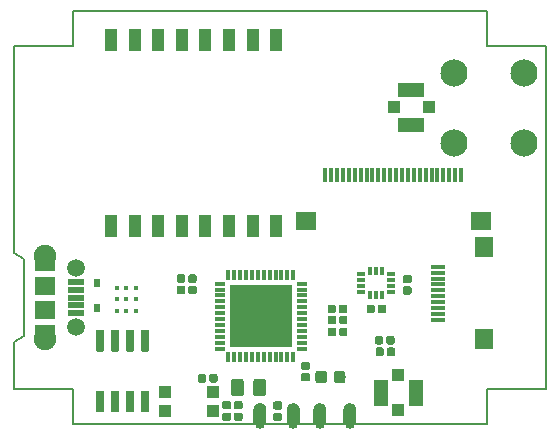
<source format=gts>
G04 #@! TF.GenerationSoftware,KiCad,Pcbnew,(5.1.4)-1*
G04 #@! TF.CreationDate,2019-10-25T18:25:26-07:00*
G04 #@! TF.ProjectId,mainboard,6d61696e-626f-4617-9264-2e6b69636164,rev?*
G04 #@! TF.SameCoordinates,Original*
G04 #@! TF.FileFunction,Soldermask,Top*
G04 #@! TF.FilePolarity,Negative*
%FSLAX46Y46*%
G04 Gerber Fmt 4.6, Leading zero omitted, Abs format (unit mm)*
G04 Created by KiCad (PCBNEW (5.1.4)-1) date 2019-10-25 18:25:26*
%MOMM*%
%LPD*%
G04 APERTURE LIST*
%ADD10C,0.150000*%
%ADD11R,0.951600X0.401600*%
%ADD12R,0.401600X0.951600*%
%ADD13R,5.351600X5.351600*%
%ADD14C,2.301600*%
%ADD15R,1.101600X1.901600*%
%ADD16R,0.351600X0.776600*%
%ADD17R,0.776600X0.351600*%
%ADD18C,0.100000*%
%ADD19C,0.701600*%
%ADD20C,0.691600*%
%ADD21C,1.000000*%
%ADD22C,0.851600*%
%ADD23R,1.101600X1.101600*%
%ADD24R,1.151600X2.301600*%
%ADD25R,2.301600X1.151600*%
%ADD26R,1.601600X1.801600*%
%ADD27R,1.201600X0.351600*%
%ADD28R,1.801600X1.601600*%
%ADD29R,0.351600X1.201600*%
%ADD30C,0.976600*%
%ADD31R,0.551600X0.701600*%
%ADD32C,1.076600*%
%ADD33R,1.451600X0.551600*%
%ADD34C,1.509600*%
%ADD35C,1.901600*%
%ADD36R,1.651600X1.601600*%
%ADD37C,0.401599*%
%ADD38R,1.001600X1.001600*%
G04 APERTURE END LIST*
D10*
X116700300Y-106041600D02*
X116700300Y-109041600D01*
X116700300Y-74041600D02*
X116700300Y-77041600D01*
X121710300Y-106041600D02*
X116700300Y-106041600D01*
X121710300Y-77041600D02*
X116700300Y-77041600D01*
X81725100Y-77041600D02*
X81725100Y-74041600D01*
X76715100Y-106041600D02*
X76721300Y-102057200D01*
X81725100Y-106041600D02*
X76715100Y-106041600D01*
X81725100Y-77041600D02*
X76715100Y-77041600D01*
X77532900Y-95021400D02*
X76708000Y-94513400D01*
X121710300Y-106041600D02*
X121710300Y-77041600D01*
X77546200Y-101549200D02*
X76721300Y-102057200D01*
X81725100Y-106041600D02*
X81725100Y-109041600D01*
X77532900Y-95021400D02*
X77546200Y-101549200D01*
X81725100Y-109041600D02*
X116700300Y-109041600D01*
X116700300Y-74041600D02*
X81725100Y-74041600D01*
X76715100Y-77041600D02*
X76708000Y-94513400D01*
D11*
X101036800Y-102622800D03*
X101036800Y-102122800D03*
X101036800Y-101622800D03*
X101036800Y-101122800D03*
X101036800Y-100622800D03*
X101036800Y-100122800D03*
X101036800Y-99622800D03*
X101036800Y-99122800D03*
X101036800Y-98622800D03*
X101036800Y-98122800D03*
X101036800Y-97622800D03*
X101036800Y-97122800D03*
D12*
X100336800Y-96422800D03*
X99836800Y-96422800D03*
X99336800Y-96422800D03*
X98836800Y-96422800D03*
X98336800Y-96422800D03*
X97836800Y-96422800D03*
X97336800Y-96422800D03*
X96836800Y-96422800D03*
X96336800Y-96422800D03*
X95836800Y-96422800D03*
X95336800Y-96422800D03*
X94836800Y-96422800D03*
D11*
X94136800Y-97122800D03*
X94136800Y-97622800D03*
X94136800Y-98122800D03*
X94136800Y-98622800D03*
X94136800Y-99122800D03*
X94136800Y-99622800D03*
X94136800Y-100122800D03*
X94136800Y-100622800D03*
X94136800Y-101122800D03*
X94136800Y-101622800D03*
X94136800Y-102122800D03*
X94136800Y-102622800D03*
D12*
X94836800Y-103322800D03*
X95336800Y-103322800D03*
X95836800Y-103322800D03*
X96336800Y-103322800D03*
X96836800Y-103322800D03*
X97336800Y-103322800D03*
X97836800Y-103322800D03*
X98336800Y-103322800D03*
X98836800Y-103322800D03*
X99336800Y-103322800D03*
X99836800Y-103322800D03*
X100336800Y-103322800D03*
D13*
X97586800Y-99872800D03*
D14*
X113944400Y-79248000D03*
D15*
X84900000Y-92279400D03*
X86900000Y-92279400D03*
X88900000Y-92279400D03*
X90900000Y-92279400D03*
X92900000Y-92279400D03*
X94900000Y-92279400D03*
X96900000Y-92279400D03*
X98900000Y-92279400D03*
X98900000Y-76479400D03*
X96900000Y-76479400D03*
X94900000Y-76479400D03*
X92900000Y-76479400D03*
X90900000Y-76479400D03*
X88900000Y-76479400D03*
X86900000Y-76479400D03*
X84900000Y-76479400D03*
D14*
X119894400Y-85198000D03*
X119894400Y-79248000D03*
X113944400Y-85198000D03*
D16*
X106865800Y-96041400D03*
X107365800Y-96041400D03*
X107865800Y-96041400D03*
D17*
X108627800Y-96303400D03*
X108627800Y-96803400D03*
X108627800Y-97303400D03*
X108627800Y-97803400D03*
D16*
X107865800Y-98065400D03*
X107365800Y-98065400D03*
X106865800Y-98065400D03*
D17*
X106103800Y-97803400D03*
X106103800Y-97303400D03*
X106103800Y-96803400D03*
X106103800Y-96303400D03*
D18*
G36*
X84164992Y-101021045D02*
G01*
X84182019Y-101023570D01*
X84198716Y-101027753D01*
X84214923Y-101033552D01*
X84230483Y-101040911D01*
X84245247Y-101049760D01*
X84259073Y-101060014D01*
X84271827Y-101071573D01*
X84283386Y-101084327D01*
X84293640Y-101098153D01*
X84302489Y-101112917D01*
X84309848Y-101128477D01*
X84315647Y-101144684D01*
X84319830Y-101161381D01*
X84322355Y-101178408D01*
X84323200Y-101195600D01*
X84323200Y-102696400D01*
X84322355Y-102713592D01*
X84319830Y-102730619D01*
X84315647Y-102747316D01*
X84309848Y-102763523D01*
X84302489Y-102779083D01*
X84293640Y-102793847D01*
X84283386Y-102807673D01*
X84271827Y-102820427D01*
X84259073Y-102831986D01*
X84245247Y-102842240D01*
X84230483Y-102851089D01*
X84214923Y-102858448D01*
X84198716Y-102864247D01*
X84182019Y-102868430D01*
X84164992Y-102870955D01*
X84147800Y-102871800D01*
X83797000Y-102871800D01*
X83779808Y-102870955D01*
X83762781Y-102868430D01*
X83746084Y-102864247D01*
X83729877Y-102858448D01*
X83714317Y-102851089D01*
X83699553Y-102842240D01*
X83685727Y-102831986D01*
X83672973Y-102820427D01*
X83661414Y-102807673D01*
X83651160Y-102793847D01*
X83642311Y-102779083D01*
X83634952Y-102763523D01*
X83629153Y-102747316D01*
X83624970Y-102730619D01*
X83622445Y-102713592D01*
X83621600Y-102696400D01*
X83621600Y-101195600D01*
X83622445Y-101178408D01*
X83624970Y-101161381D01*
X83629153Y-101144684D01*
X83634952Y-101128477D01*
X83642311Y-101112917D01*
X83651160Y-101098153D01*
X83661414Y-101084327D01*
X83672973Y-101071573D01*
X83685727Y-101060014D01*
X83699553Y-101049760D01*
X83714317Y-101040911D01*
X83729877Y-101033552D01*
X83746084Y-101027753D01*
X83762781Y-101023570D01*
X83779808Y-101021045D01*
X83797000Y-101020200D01*
X84147800Y-101020200D01*
X84164992Y-101021045D01*
X84164992Y-101021045D01*
G37*
D19*
X83972400Y-101946000D03*
D18*
G36*
X85434992Y-101021045D02*
G01*
X85452019Y-101023570D01*
X85468716Y-101027753D01*
X85484923Y-101033552D01*
X85500483Y-101040911D01*
X85515247Y-101049760D01*
X85529073Y-101060014D01*
X85541827Y-101071573D01*
X85553386Y-101084327D01*
X85563640Y-101098153D01*
X85572489Y-101112917D01*
X85579848Y-101128477D01*
X85585647Y-101144684D01*
X85589830Y-101161381D01*
X85592355Y-101178408D01*
X85593200Y-101195600D01*
X85593200Y-102696400D01*
X85592355Y-102713592D01*
X85589830Y-102730619D01*
X85585647Y-102747316D01*
X85579848Y-102763523D01*
X85572489Y-102779083D01*
X85563640Y-102793847D01*
X85553386Y-102807673D01*
X85541827Y-102820427D01*
X85529073Y-102831986D01*
X85515247Y-102842240D01*
X85500483Y-102851089D01*
X85484923Y-102858448D01*
X85468716Y-102864247D01*
X85452019Y-102868430D01*
X85434992Y-102870955D01*
X85417800Y-102871800D01*
X85067000Y-102871800D01*
X85049808Y-102870955D01*
X85032781Y-102868430D01*
X85016084Y-102864247D01*
X84999877Y-102858448D01*
X84984317Y-102851089D01*
X84969553Y-102842240D01*
X84955727Y-102831986D01*
X84942973Y-102820427D01*
X84931414Y-102807673D01*
X84921160Y-102793847D01*
X84912311Y-102779083D01*
X84904952Y-102763523D01*
X84899153Y-102747316D01*
X84894970Y-102730619D01*
X84892445Y-102713592D01*
X84891600Y-102696400D01*
X84891600Y-101195600D01*
X84892445Y-101178408D01*
X84894970Y-101161381D01*
X84899153Y-101144684D01*
X84904952Y-101128477D01*
X84912311Y-101112917D01*
X84921160Y-101098153D01*
X84931414Y-101084327D01*
X84942973Y-101071573D01*
X84955727Y-101060014D01*
X84969553Y-101049760D01*
X84984317Y-101040911D01*
X84999877Y-101033552D01*
X85016084Y-101027753D01*
X85032781Y-101023570D01*
X85049808Y-101021045D01*
X85067000Y-101020200D01*
X85417800Y-101020200D01*
X85434992Y-101021045D01*
X85434992Y-101021045D01*
G37*
D19*
X85242400Y-101946000D03*
D18*
G36*
X86704992Y-101021045D02*
G01*
X86722019Y-101023570D01*
X86738716Y-101027753D01*
X86754923Y-101033552D01*
X86770483Y-101040911D01*
X86785247Y-101049760D01*
X86799073Y-101060014D01*
X86811827Y-101071573D01*
X86823386Y-101084327D01*
X86833640Y-101098153D01*
X86842489Y-101112917D01*
X86849848Y-101128477D01*
X86855647Y-101144684D01*
X86859830Y-101161381D01*
X86862355Y-101178408D01*
X86863200Y-101195600D01*
X86863200Y-102696400D01*
X86862355Y-102713592D01*
X86859830Y-102730619D01*
X86855647Y-102747316D01*
X86849848Y-102763523D01*
X86842489Y-102779083D01*
X86833640Y-102793847D01*
X86823386Y-102807673D01*
X86811827Y-102820427D01*
X86799073Y-102831986D01*
X86785247Y-102842240D01*
X86770483Y-102851089D01*
X86754923Y-102858448D01*
X86738716Y-102864247D01*
X86722019Y-102868430D01*
X86704992Y-102870955D01*
X86687800Y-102871800D01*
X86337000Y-102871800D01*
X86319808Y-102870955D01*
X86302781Y-102868430D01*
X86286084Y-102864247D01*
X86269877Y-102858448D01*
X86254317Y-102851089D01*
X86239553Y-102842240D01*
X86225727Y-102831986D01*
X86212973Y-102820427D01*
X86201414Y-102807673D01*
X86191160Y-102793847D01*
X86182311Y-102779083D01*
X86174952Y-102763523D01*
X86169153Y-102747316D01*
X86164970Y-102730619D01*
X86162445Y-102713592D01*
X86161600Y-102696400D01*
X86161600Y-101195600D01*
X86162445Y-101178408D01*
X86164970Y-101161381D01*
X86169153Y-101144684D01*
X86174952Y-101128477D01*
X86182311Y-101112917D01*
X86191160Y-101098153D01*
X86201414Y-101084327D01*
X86212973Y-101071573D01*
X86225727Y-101060014D01*
X86239553Y-101049760D01*
X86254317Y-101040911D01*
X86269877Y-101033552D01*
X86286084Y-101027753D01*
X86302781Y-101023570D01*
X86319808Y-101021045D01*
X86337000Y-101020200D01*
X86687800Y-101020200D01*
X86704992Y-101021045D01*
X86704992Y-101021045D01*
G37*
D19*
X86512400Y-101946000D03*
D18*
G36*
X87974992Y-101021045D02*
G01*
X87992019Y-101023570D01*
X88008716Y-101027753D01*
X88024923Y-101033552D01*
X88040483Y-101040911D01*
X88055247Y-101049760D01*
X88069073Y-101060014D01*
X88081827Y-101071573D01*
X88093386Y-101084327D01*
X88103640Y-101098153D01*
X88112489Y-101112917D01*
X88119848Y-101128477D01*
X88125647Y-101144684D01*
X88129830Y-101161381D01*
X88132355Y-101178408D01*
X88133200Y-101195600D01*
X88133200Y-102696400D01*
X88132355Y-102713592D01*
X88129830Y-102730619D01*
X88125647Y-102747316D01*
X88119848Y-102763523D01*
X88112489Y-102779083D01*
X88103640Y-102793847D01*
X88093386Y-102807673D01*
X88081827Y-102820427D01*
X88069073Y-102831986D01*
X88055247Y-102842240D01*
X88040483Y-102851089D01*
X88024923Y-102858448D01*
X88008716Y-102864247D01*
X87992019Y-102868430D01*
X87974992Y-102870955D01*
X87957800Y-102871800D01*
X87607000Y-102871800D01*
X87589808Y-102870955D01*
X87572781Y-102868430D01*
X87556084Y-102864247D01*
X87539877Y-102858448D01*
X87524317Y-102851089D01*
X87509553Y-102842240D01*
X87495727Y-102831986D01*
X87482973Y-102820427D01*
X87471414Y-102807673D01*
X87461160Y-102793847D01*
X87452311Y-102779083D01*
X87444952Y-102763523D01*
X87439153Y-102747316D01*
X87434970Y-102730619D01*
X87432445Y-102713592D01*
X87431600Y-102696400D01*
X87431600Y-101195600D01*
X87432445Y-101178408D01*
X87434970Y-101161381D01*
X87439153Y-101144684D01*
X87444952Y-101128477D01*
X87452311Y-101112917D01*
X87461160Y-101098153D01*
X87471414Y-101084327D01*
X87482973Y-101071573D01*
X87495727Y-101060014D01*
X87509553Y-101049760D01*
X87524317Y-101040911D01*
X87539877Y-101033552D01*
X87556084Y-101027753D01*
X87572781Y-101023570D01*
X87589808Y-101021045D01*
X87607000Y-101020200D01*
X87957800Y-101020200D01*
X87974992Y-101021045D01*
X87974992Y-101021045D01*
G37*
D19*
X87782400Y-101946000D03*
D18*
G36*
X87974992Y-106171045D02*
G01*
X87992019Y-106173570D01*
X88008716Y-106177753D01*
X88024923Y-106183552D01*
X88040483Y-106190911D01*
X88055247Y-106199760D01*
X88069073Y-106210014D01*
X88081827Y-106221573D01*
X88093386Y-106234327D01*
X88103640Y-106248153D01*
X88112489Y-106262917D01*
X88119848Y-106278477D01*
X88125647Y-106294684D01*
X88129830Y-106311381D01*
X88132355Y-106328408D01*
X88133200Y-106345600D01*
X88133200Y-107846400D01*
X88132355Y-107863592D01*
X88129830Y-107880619D01*
X88125647Y-107897316D01*
X88119848Y-107913523D01*
X88112489Y-107929083D01*
X88103640Y-107943847D01*
X88093386Y-107957673D01*
X88081827Y-107970427D01*
X88069073Y-107981986D01*
X88055247Y-107992240D01*
X88040483Y-108001089D01*
X88024923Y-108008448D01*
X88008716Y-108014247D01*
X87992019Y-108018430D01*
X87974992Y-108020955D01*
X87957800Y-108021800D01*
X87607000Y-108021800D01*
X87589808Y-108020955D01*
X87572781Y-108018430D01*
X87556084Y-108014247D01*
X87539877Y-108008448D01*
X87524317Y-108001089D01*
X87509553Y-107992240D01*
X87495727Y-107981986D01*
X87482973Y-107970427D01*
X87471414Y-107957673D01*
X87461160Y-107943847D01*
X87452311Y-107929083D01*
X87444952Y-107913523D01*
X87439153Y-107897316D01*
X87434970Y-107880619D01*
X87432445Y-107863592D01*
X87431600Y-107846400D01*
X87431600Y-106345600D01*
X87432445Y-106328408D01*
X87434970Y-106311381D01*
X87439153Y-106294684D01*
X87444952Y-106278477D01*
X87452311Y-106262917D01*
X87461160Y-106248153D01*
X87471414Y-106234327D01*
X87482973Y-106221573D01*
X87495727Y-106210014D01*
X87509553Y-106199760D01*
X87524317Y-106190911D01*
X87539877Y-106183552D01*
X87556084Y-106177753D01*
X87572781Y-106173570D01*
X87589808Y-106171045D01*
X87607000Y-106170200D01*
X87957800Y-106170200D01*
X87974992Y-106171045D01*
X87974992Y-106171045D01*
G37*
D19*
X87782400Y-107096000D03*
D18*
G36*
X86704992Y-106171045D02*
G01*
X86722019Y-106173570D01*
X86738716Y-106177753D01*
X86754923Y-106183552D01*
X86770483Y-106190911D01*
X86785247Y-106199760D01*
X86799073Y-106210014D01*
X86811827Y-106221573D01*
X86823386Y-106234327D01*
X86833640Y-106248153D01*
X86842489Y-106262917D01*
X86849848Y-106278477D01*
X86855647Y-106294684D01*
X86859830Y-106311381D01*
X86862355Y-106328408D01*
X86863200Y-106345600D01*
X86863200Y-107846400D01*
X86862355Y-107863592D01*
X86859830Y-107880619D01*
X86855647Y-107897316D01*
X86849848Y-107913523D01*
X86842489Y-107929083D01*
X86833640Y-107943847D01*
X86823386Y-107957673D01*
X86811827Y-107970427D01*
X86799073Y-107981986D01*
X86785247Y-107992240D01*
X86770483Y-108001089D01*
X86754923Y-108008448D01*
X86738716Y-108014247D01*
X86722019Y-108018430D01*
X86704992Y-108020955D01*
X86687800Y-108021800D01*
X86337000Y-108021800D01*
X86319808Y-108020955D01*
X86302781Y-108018430D01*
X86286084Y-108014247D01*
X86269877Y-108008448D01*
X86254317Y-108001089D01*
X86239553Y-107992240D01*
X86225727Y-107981986D01*
X86212973Y-107970427D01*
X86201414Y-107957673D01*
X86191160Y-107943847D01*
X86182311Y-107929083D01*
X86174952Y-107913523D01*
X86169153Y-107897316D01*
X86164970Y-107880619D01*
X86162445Y-107863592D01*
X86161600Y-107846400D01*
X86161600Y-106345600D01*
X86162445Y-106328408D01*
X86164970Y-106311381D01*
X86169153Y-106294684D01*
X86174952Y-106278477D01*
X86182311Y-106262917D01*
X86191160Y-106248153D01*
X86201414Y-106234327D01*
X86212973Y-106221573D01*
X86225727Y-106210014D01*
X86239553Y-106199760D01*
X86254317Y-106190911D01*
X86269877Y-106183552D01*
X86286084Y-106177753D01*
X86302781Y-106173570D01*
X86319808Y-106171045D01*
X86337000Y-106170200D01*
X86687800Y-106170200D01*
X86704992Y-106171045D01*
X86704992Y-106171045D01*
G37*
D19*
X86512400Y-107096000D03*
D18*
G36*
X85434992Y-106171045D02*
G01*
X85452019Y-106173570D01*
X85468716Y-106177753D01*
X85484923Y-106183552D01*
X85500483Y-106190911D01*
X85515247Y-106199760D01*
X85529073Y-106210014D01*
X85541827Y-106221573D01*
X85553386Y-106234327D01*
X85563640Y-106248153D01*
X85572489Y-106262917D01*
X85579848Y-106278477D01*
X85585647Y-106294684D01*
X85589830Y-106311381D01*
X85592355Y-106328408D01*
X85593200Y-106345600D01*
X85593200Y-107846400D01*
X85592355Y-107863592D01*
X85589830Y-107880619D01*
X85585647Y-107897316D01*
X85579848Y-107913523D01*
X85572489Y-107929083D01*
X85563640Y-107943847D01*
X85553386Y-107957673D01*
X85541827Y-107970427D01*
X85529073Y-107981986D01*
X85515247Y-107992240D01*
X85500483Y-108001089D01*
X85484923Y-108008448D01*
X85468716Y-108014247D01*
X85452019Y-108018430D01*
X85434992Y-108020955D01*
X85417800Y-108021800D01*
X85067000Y-108021800D01*
X85049808Y-108020955D01*
X85032781Y-108018430D01*
X85016084Y-108014247D01*
X84999877Y-108008448D01*
X84984317Y-108001089D01*
X84969553Y-107992240D01*
X84955727Y-107981986D01*
X84942973Y-107970427D01*
X84931414Y-107957673D01*
X84921160Y-107943847D01*
X84912311Y-107929083D01*
X84904952Y-107913523D01*
X84899153Y-107897316D01*
X84894970Y-107880619D01*
X84892445Y-107863592D01*
X84891600Y-107846400D01*
X84891600Y-106345600D01*
X84892445Y-106328408D01*
X84894970Y-106311381D01*
X84899153Y-106294684D01*
X84904952Y-106278477D01*
X84912311Y-106262917D01*
X84921160Y-106248153D01*
X84931414Y-106234327D01*
X84942973Y-106221573D01*
X84955727Y-106210014D01*
X84969553Y-106199760D01*
X84984317Y-106190911D01*
X84999877Y-106183552D01*
X85016084Y-106177753D01*
X85032781Y-106173570D01*
X85049808Y-106171045D01*
X85067000Y-106170200D01*
X85417800Y-106170200D01*
X85434992Y-106171045D01*
X85434992Y-106171045D01*
G37*
D19*
X85242400Y-107096000D03*
D18*
G36*
X84164992Y-106171045D02*
G01*
X84182019Y-106173570D01*
X84198716Y-106177753D01*
X84214923Y-106183552D01*
X84230483Y-106190911D01*
X84245247Y-106199760D01*
X84259073Y-106210014D01*
X84271827Y-106221573D01*
X84283386Y-106234327D01*
X84293640Y-106248153D01*
X84302489Y-106262917D01*
X84309848Y-106278477D01*
X84315647Y-106294684D01*
X84319830Y-106311381D01*
X84322355Y-106328408D01*
X84323200Y-106345600D01*
X84323200Y-107846400D01*
X84322355Y-107863592D01*
X84319830Y-107880619D01*
X84315647Y-107897316D01*
X84309848Y-107913523D01*
X84302489Y-107929083D01*
X84293640Y-107943847D01*
X84283386Y-107957673D01*
X84271827Y-107970427D01*
X84259073Y-107981986D01*
X84245247Y-107992240D01*
X84230483Y-108001089D01*
X84214923Y-108008448D01*
X84198716Y-108014247D01*
X84182019Y-108018430D01*
X84164992Y-108020955D01*
X84147800Y-108021800D01*
X83797000Y-108021800D01*
X83779808Y-108020955D01*
X83762781Y-108018430D01*
X83746084Y-108014247D01*
X83729877Y-108008448D01*
X83714317Y-108001089D01*
X83699553Y-107992240D01*
X83685727Y-107981986D01*
X83672973Y-107970427D01*
X83661414Y-107957673D01*
X83651160Y-107943847D01*
X83642311Y-107929083D01*
X83634952Y-107913523D01*
X83629153Y-107897316D01*
X83624970Y-107880619D01*
X83622445Y-107863592D01*
X83621600Y-107846400D01*
X83621600Y-106345600D01*
X83622445Y-106328408D01*
X83624970Y-106311381D01*
X83629153Y-106294684D01*
X83634952Y-106278477D01*
X83642311Y-106262917D01*
X83651160Y-106248153D01*
X83661414Y-106234327D01*
X83672973Y-106221573D01*
X83685727Y-106210014D01*
X83699553Y-106199760D01*
X83714317Y-106190911D01*
X83729877Y-106183552D01*
X83746084Y-106177753D01*
X83762781Y-106173570D01*
X83779808Y-106171045D01*
X83797000Y-106170200D01*
X84147800Y-106170200D01*
X84164992Y-106171045D01*
X84164992Y-106171045D01*
G37*
D19*
X83972400Y-107096000D03*
D18*
G36*
X92795847Y-104760633D02*
G01*
X92812631Y-104763122D01*
X92829090Y-104767245D01*
X92845066Y-104772961D01*
X92860404Y-104780216D01*
X92874958Y-104788939D01*
X92888587Y-104799046D01*
X92901159Y-104810441D01*
X92912554Y-104823013D01*
X92922661Y-104836642D01*
X92931384Y-104851196D01*
X92938639Y-104866534D01*
X92944355Y-104882510D01*
X92948478Y-104898969D01*
X92950967Y-104915753D01*
X92951800Y-104932700D01*
X92951800Y-105328500D01*
X92950967Y-105345447D01*
X92948478Y-105362231D01*
X92944355Y-105378690D01*
X92938639Y-105394666D01*
X92931384Y-105410004D01*
X92922661Y-105424558D01*
X92912554Y-105438187D01*
X92901159Y-105450759D01*
X92888587Y-105462154D01*
X92874958Y-105472261D01*
X92860404Y-105480984D01*
X92845066Y-105488239D01*
X92829090Y-105493955D01*
X92812631Y-105498078D01*
X92795847Y-105500567D01*
X92778900Y-105501400D01*
X92433100Y-105501400D01*
X92416153Y-105500567D01*
X92399369Y-105498078D01*
X92382910Y-105493955D01*
X92366934Y-105488239D01*
X92351596Y-105480984D01*
X92337042Y-105472261D01*
X92323413Y-105462154D01*
X92310841Y-105450759D01*
X92299446Y-105438187D01*
X92289339Y-105424558D01*
X92280616Y-105410004D01*
X92273361Y-105394666D01*
X92267645Y-105378690D01*
X92263522Y-105362231D01*
X92261033Y-105345447D01*
X92260200Y-105328500D01*
X92260200Y-104932700D01*
X92261033Y-104915753D01*
X92263522Y-104898969D01*
X92267645Y-104882510D01*
X92273361Y-104866534D01*
X92280616Y-104851196D01*
X92289339Y-104836642D01*
X92299446Y-104823013D01*
X92310841Y-104810441D01*
X92323413Y-104799046D01*
X92337042Y-104788939D01*
X92351596Y-104780216D01*
X92366934Y-104772961D01*
X92382910Y-104767245D01*
X92399369Y-104763122D01*
X92416153Y-104760633D01*
X92433100Y-104759800D01*
X92778900Y-104759800D01*
X92795847Y-104760633D01*
X92795847Y-104760633D01*
G37*
D20*
X92606000Y-105130600D03*
D18*
G36*
X93765847Y-104760633D02*
G01*
X93782631Y-104763122D01*
X93799090Y-104767245D01*
X93815066Y-104772961D01*
X93830404Y-104780216D01*
X93844958Y-104788939D01*
X93858587Y-104799046D01*
X93871159Y-104810441D01*
X93882554Y-104823013D01*
X93892661Y-104836642D01*
X93901384Y-104851196D01*
X93908639Y-104866534D01*
X93914355Y-104882510D01*
X93918478Y-104898969D01*
X93920967Y-104915753D01*
X93921800Y-104932700D01*
X93921800Y-105328500D01*
X93920967Y-105345447D01*
X93918478Y-105362231D01*
X93914355Y-105378690D01*
X93908639Y-105394666D01*
X93901384Y-105410004D01*
X93892661Y-105424558D01*
X93882554Y-105438187D01*
X93871159Y-105450759D01*
X93858587Y-105462154D01*
X93844958Y-105472261D01*
X93830404Y-105480984D01*
X93815066Y-105488239D01*
X93799090Y-105493955D01*
X93782631Y-105498078D01*
X93765847Y-105500567D01*
X93748900Y-105501400D01*
X93403100Y-105501400D01*
X93386153Y-105500567D01*
X93369369Y-105498078D01*
X93352910Y-105493955D01*
X93336934Y-105488239D01*
X93321596Y-105480984D01*
X93307042Y-105472261D01*
X93293413Y-105462154D01*
X93280841Y-105450759D01*
X93269446Y-105438187D01*
X93259339Y-105424558D01*
X93250616Y-105410004D01*
X93243361Y-105394666D01*
X93237645Y-105378690D01*
X93233522Y-105362231D01*
X93231033Y-105345447D01*
X93230200Y-105328500D01*
X93230200Y-104932700D01*
X93231033Y-104915753D01*
X93233522Y-104898969D01*
X93237645Y-104882510D01*
X93243361Y-104866534D01*
X93250616Y-104851196D01*
X93259339Y-104836642D01*
X93269446Y-104823013D01*
X93280841Y-104810441D01*
X93293413Y-104799046D01*
X93307042Y-104788939D01*
X93321596Y-104780216D01*
X93336934Y-104772961D01*
X93352910Y-104767245D01*
X93369369Y-104763122D01*
X93386153Y-104760633D01*
X93403100Y-104759800D01*
X93748900Y-104759800D01*
X93765847Y-104760633D01*
X93765847Y-104760633D01*
G37*
D20*
X93576000Y-105130600D03*
D18*
G36*
X103794047Y-100849033D02*
G01*
X103810831Y-100851522D01*
X103827290Y-100855645D01*
X103843266Y-100861361D01*
X103858604Y-100868616D01*
X103873158Y-100877339D01*
X103886787Y-100887446D01*
X103899359Y-100898841D01*
X103910754Y-100911413D01*
X103920861Y-100925042D01*
X103929584Y-100939596D01*
X103936839Y-100954934D01*
X103942555Y-100970910D01*
X103946678Y-100987369D01*
X103949167Y-101004153D01*
X103950000Y-101021100D01*
X103950000Y-101416900D01*
X103949167Y-101433847D01*
X103946678Y-101450631D01*
X103942555Y-101467090D01*
X103936839Y-101483066D01*
X103929584Y-101498404D01*
X103920861Y-101512958D01*
X103910754Y-101526587D01*
X103899359Y-101539159D01*
X103886787Y-101550554D01*
X103873158Y-101560661D01*
X103858604Y-101569384D01*
X103843266Y-101576639D01*
X103827290Y-101582355D01*
X103810831Y-101586478D01*
X103794047Y-101588967D01*
X103777100Y-101589800D01*
X103431300Y-101589800D01*
X103414353Y-101588967D01*
X103397569Y-101586478D01*
X103381110Y-101582355D01*
X103365134Y-101576639D01*
X103349796Y-101569384D01*
X103335242Y-101560661D01*
X103321613Y-101550554D01*
X103309041Y-101539159D01*
X103297646Y-101526587D01*
X103287539Y-101512958D01*
X103278816Y-101498404D01*
X103271561Y-101483066D01*
X103265845Y-101467090D01*
X103261722Y-101450631D01*
X103259233Y-101433847D01*
X103258400Y-101416900D01*
X103258400Y-101021100D01*
X103259233Y-101004153D01*
X103261722Y-100987369D01*
X103265845Y-100970910D01*
X103271561Y-100954934D01*
X103278816Y-100939596D01*
X103287539Y-100925042D01*
X103297646Y-100911413D01*
X103309041Y-100898841D01*
X103321613Y-100887446D01*
X103335242Y-100877339D01*
X103349796Y-100868616D01*
X103365134Y-100861361D01*
X103381110Y-100855645D01*
X103397569Y-100851522D01*
X103414353Y-100849033D01*
X103431300Y-100848200D01*
X103777100Y-100848200D01*
X103794047Y-100849033D01*
X103794047Y-100849033D01*
G37*
D20*
X103604200Y-101219000D03*
D18*
G36*
X104764047Y-100849033D02*
G01*
X104780831Y-100851522D01*
X104797290Y-100855645D01*
X104813266Y-100861361D01*
X104828604Y-100868616D01*
X104843158Y-100877339D01*
X104856787Y-100887446D01*
X104869359Y-100898841D01*
X104880754Y-100911413D01*
X104890861Y-100925042D01*
X104899584Y-100939596D01*
X104906839Y-100954934D01*
X104912555Y-100970910D01*
X104916678Y-100987369D01*
X104919167Y-101004153D01*
X104920000Y-101021100D01*
X104920000Y-101416900D01*
X104919167Y-101433847D01*
X104916678Y-101450631D01*
X104912555Y-101467090D01*
X104906839Y-101483066D01*
X104899584Y-101498404D01*
X104890861Y-101512958D01*
X104880754Y-101526587D01*
X104869359Y-101539159D01*
X104856787Y-101550554D01*
X104843158Y-101560661D01*
X104828604Y-101569384D01*
X104813266Y-101576639D01*
X104797290Y-101582355D01*
X104780831Y-101586478D01*
X104764047Y-101588967D01*
X104747100Y-101589800D01*
X104401300Y-101589800D01*
X104384353Y-101588967D01*
X104367569Y-101586478D01*
X104351110Y-101582355D01*
X104335134Y-101576639D01*
X104319796Y-101569384D01*
X104305242Y-101560661D01*
X104291613Y-101550554D01*
X104279041Y-101539159D01*
X104267646Y-101526587D01*
X104257539Y-101512958D01*
X104248816Y-101498404D01*
X104241561Y-101483066D01*
X104235845Y-101467090D01*
X104231722Y-101450631D01*
X104229233Y-101433847D01*
X104228400Y-101416900D01*
X104228400Y-101021100D01*
X104229233Y-101004153D01*
X104231722Y-100987369D01*
X104235845Y-100970910D01*
X104241561Y-100954934D01*
X104248816Y-100939596D01*
X104257539Y-100925042D01*
X104267646Y-100911413D01*
X104279041Y-100898841D01*
X104291613Y-100887446D01*
X104305242Y-100877339D01*
X104319796Y-100868616D01*
X104335134Y-100861361D01*
X104351110Y-100855645D01*
X104367569Y-100851522D01*
X104384353Y-100849033D01*
X104401300Y-100848200D01*
X104747100Y-100848200D01*
X104764047Y-100849033D01*
X104764047Y-100849033D01*
G37*
D20*
X104574200Y-101219000D03*
D18*
G36*
X107781847Y-101534833D02*
G01*
X107798631Y-101537322D01*
X107815090Y-101541445D01*
X107831066Y-101547161D01*
X107846404Y-101554416D01*
X107860958Y-101563139D01*
X107874587Y-101573246D01*
X107887159Y-101584641D01*
X107898554Y-101597213D01*
X107908661Y-101610842D01*
X107917384Y-101625396D01*
X107924639Y-101640734D01*
X107930355Y-101656710D01*
X107934478Y-101673169D01*
X107936967Y-101689953D01*
X107937800Y-101706900D01*
X107937800Y-102102700D01*
X107936967Y-102119647D01*
X107934478Y-102136431D01*
X107930355Y-102152890D01*
X107924639Y-102168866D01*
X107917384Y-102184204D01*
X107908661Y-102198758D01*
X107898554Y-102212387D01*
X107887159Y-102224959D01*
X107874587Y-102236354D01*
X107860958Y-102246461D01*
X107846404Y-102255184D01*
X107831066Y-102262439D01*
X107815090Y-102268155D01*
X107798631Y-102272278D01*
X107781847Y-102274767D01*
X107764900Y-102275600D01*
X107419100Y-102275600D01*
X107402153Y-102274767D01*
X107385369Y-102272278D01*
X107368910Y-102268155D01*
X107352934Y-102262439D01*
X107337596Y-102255184D01*
X107323042Y-102246461D01*
X107309413Y-102236354D01*
X107296841Y-102224959D01*
X107285446Y-102212387D01*
X107275339Y-102198758D01*
X107266616Y-102184204D01*
X107259361Y-102168866D01*
X107253645Y-102152890D01*
X107249522Y-102136431D01*
X107247033Y-102119647D01*
X107246200Y-102102700D01*
X107246200Y-101706900D01*
X107247033Y-101689953D01*
X107249522Y-101673169D01*
X107253645Y-101656710D01*
X107259361Y-101640734D01*
X107266616Y-101625396D01*
X107275339Y-101610842D01*
X107285446Y-101597213D01*
X107296841Y-101584641D01*
X107309413Y-101573246D01*
X107323042Y-101563139D01*
X107337596Y-101554416D01*
X107352934Y-101547161D01*
X107368910Y-101541445D01*
X107385369Y-101537322D01*
X107402153Y-101534833D01*
X107419100Y-101534000D01*
X107764900Y-101534000D01*
X107781847Y-101534833D01*
X107781847Y-101534833D01*
G37*
D20*
X107592000Y-101904800D03*
D18*
G36*
X108751847Y-101534833D02*
G01*
X108768631Y-101537322D01*
X108785090Y-101541445D01*
X108801066Y-101547161D01*
X108816404Y-101554416D01*
X108830958Y-101563139D01*
X108844587Y-101573246D01*
X108857159Y-101584641D01*
X108868554Y-101597213D01*
X108878661Y-101610842D01*
X108887384Y-101625396D01*
X108894639Y-101640734D01*
X108900355Y-101656710D01*
X108904478Y-101673169D01*
X108906967Y-101689953D01*
X108907800Y-101706900D01*
X108907800Y-102102700D01*
X108906967Y-102119647D01*
X108904478Y-102136431D01*
X108900355Y-102152890D01*
X108894639Y-102168866D01*
X108887384Y-102184204D01*
X108878661Y-102198758D01*
X108868554Y-102212387D01*
X108857159Y-102224959D01*
X108844587Y-102236354D01*
X108830958Y-102246461D01*
X108816404Y-102255184D01*
X108801066Y-102262439D01*
X108785090Y-102268155D01*
X108768631Y-102272278D01*
X108751847Y-102274767D01*
X108734900Y-102275600D01*
X108389100Y-102275600D01*
X108372153Y-102274767D01*
X108355369Y-102272278D01*
X108338910Y-102268155D01*
X108322934Y-102262439D01*
X108307596Y-102255184D01*
X108293042Y-102246461D01*
X108279413Y-102236354D01*
X108266841Y-102224959D01*
X108255446Y-102212387D01*
X108245339Y-102198758D01*
X108236616Y-102184204D01*
X108229361Y-102168866D01*
X108223645Y-102152890D01*
X108219522Y-102136431D01*
X108217033Y-102119647D01*
X108216200Y-102102700D01*
X108216200Y-101706900D01*
X108217033Y-101689953D01*
X108219522Y-101673169D01*
X108223645Y-101656710D01*
X108229361Y-101640734D01*
X108236616Y-101625396D01*
X108245339Y-101610842D01*
X108255446Y-101597213D01*
X108266841Y-101584641D01*
X108279413Y-101573246D01*
X108293042Y-101563139D01*
X108307596Y-101554416D01*
X108322934Y-101547161D01*
X108338910Y-101541445D01*
X108355369Y-101537322D01*
X108372153Y-101534833D01*
X108389100Y-101534000D01*
X108734900Y-101534000D01*
X108751847Y-101534833D01*
X108751847Y-101534833D01*
G37*
D20*
X108562000Y-101904800D03*
D21*
X97510600Y-108407200D03*
D18*
G36*
X98060424Y-109042111D02*
G01*
X98057533Y-109051640D01*
X98052839Y-109060423D01*
X98046521Y-109068121D01*
X98038823Y-109074439D01*
X98030040Y-109079133D01*
X98020511Y-109082024D01*
X98010600Y-109083000D01*
X97010600Y-109083000D01*
X97000689Y-109082024D01*
X96991160Y-109079133D01*
X96982377Y-109074439D01*
X96974679Y-109068121D01*
X96968361Y-109060423D01*
X96963667Y-109051640D01*
X96960776Y-109042111D01*
X96959800Y-109032200D01*
X96959800Y-107782200D01*
X96960402Y-107776087D01*
X96960402Y-107757666D01*
X96960647Y-107752686D01*
X96965457Y-107703855D01*
X96966188Y-107698925D01*
X96975760Y-107650800D01*
X96976972Y-107645963D01*
X96991216Y-107599008D01*
X96992895Y-107594315D01*
X97011672Y-107548982D01*
X97013804Y-107544474D01*
X97036935Y-107501201D01*
X97039497Y-107496927D01*
X97066757Y-107456128D01*
X97069727Y-107452123D01*
X97100855Y-107414194D01*
X97104203Y-107410500D01*
X97138900Y-107375803D01*
X97142594Y-107372455D01*
X97180523Y-107341327D01*
X97184528Y-107338357D01*
X97225327Y-107311097D01*
X97229601Y-107308535D01*
X97272874Y-107285404D01*
X97277382Y-107283272D01*
X97322715Y-107264495D01*
X97327408Y-107262816D01*
X97374363Y-107248572D01*
X97379200Y-107247360D01*
X97427325Y-107237788D01*
X97432255Y-107237057D01*
X97481086Y-107232247D01*
X97486066Y-107232002D01*
X97535134Y-107232002D01*
X97540114Y-107232247D01*
X97588945Y-107237057D01*
X97593875Y-107237788D01*
X97642000Y-107247360D01*
X97646837Y-107248572D01*
X97693792Y-107262816D01*
X97698485Y-107264495D01*
X97743818Y-107283272D01*
X97748326Y-107285404D01*
X97791599Y-107308535D01*
X97795873Y-107311097D01*
X97836672Y-107338357D01*
X97840677Y-107341327D01*
X97878606Y-107372455D01*
X97882300Y-107375803D01*
X97916997Y-107410500D01*
X97920345Y-107414194D01*
X97951473Y-107452123D01*
X97954443Y-107456128D01*
X97981703Y-107496927D01*
X97984265Y-107501201D01*
X98007396Y-107544474D01*
X98009528Y-107548982D01*
X98028305Y-107594315D01*
X98029984Y-107599008D01*
X98044228Y-107645963D01*
X98045440Y-107650800D01*
X98055012Y-107698925D01*
X98055743Y-107703855D01*
X98060553Y-107752686D01*
X98060798Y-107757666D01*
X98060798Y-107776087D01*
X98061400Y-107782200D01*
X98061400Y-109032200D01*
X98060424Y-109042111D01*
X98060424Y-109042111D01*
G37*
D22*
X97510600Y-109032200D03*
D18*
G36*
X110196847Y-96388533D02*
G01*
X110213631Y-96391022D01*
X110230090Y-96395145D01*
X110246066Y-96400861D01*
X110261404Y-96408116D01*
X110275958Y-96416839D01*
X110289587Y-96426946D01*
X110302159Y-96438341D01*
X110313554Y-96450913D01*
X110323661Y-96464542D01*
X110332384Y-96479096D01*
X110339639Y-96494434D01*
X110345355Y-96510410D01*
X110349478Y-96526869D01*
X110351967Y-96543653D01*
X110352800Y-96560600D01*
X110352800Y-96906400D01*
X110351967Y-96923347D01*
X110349478Y-96940131D01*
X110345355Y-96956590D01*
X110339639Y-96972566D01*
X110332384Y-96987904D01*
X110323661Y-97002458D01*
X110313554Y-97016087D01*
X110302159Y-97028659D01*
X110289587Y-97040054D01*
X110275958Y-97050161D01*
X110261404Y-97058884D01*
X110246066Y-97066139D01*
X110230090Y-97071855D01*
X110213631Y-97075978D01*
X110196847Y-97078467D01*
X110179900Y-97079300D01*
X109784100Y-97079300D01*
X109767153Y-97078467D01*
X109750369Y-97075978D01*
X109733910Y-97071855D01*
X109717934Y-97066139D01*
X109702596Y-97058884D01*
X109688042Y-97050161D01*
X109674413Y-97040054D01*
X109661841Y-97028659D01*
X109650446Y-97016087D01*
X109640339Y-97002458D01*
X109631616Y-96987904D01*
X109624361Y-96972566D01*
X109618645Y-96956590D01*
X109614522Y-96940131D01*
X109612033Y-96923347D01*
X109611200Y-96906400D01*
X109611200Y-96560600D01*
X109612033Y-96543653D01*
X109614522Y-96526869D01*
X109618645Y-96510410D01*
X109624361Y-96494434D01*
X109631616Y-96479096D01*
X109640339Y-96464542D01*
X109650446Y-96450913D01*
X109661841Y-96438341D01*
X109674413Y-96426946D01*
X109688042Y-96416839D01*
X109702596Y-96408116D01*
X109717934Y-96400861D01*
X109733910Y-96395145D01*
X109750369Y-96391022D01*
X109767153Y-96388533D01*
X109784100Y-96387700D01*
X110179900Y-96387700D01*
X110196847Y-96388533D01*
X110196847Y-96388533D01*
G37*
D20*
X109982000Y-96733500D03*
D18*
G36*
X110196847Y-97358533D02*
G01*
X110213631Y-97361022D01*
X110230090Y-97365145D01*
X110246066Y-97370861D01*
X110261404Y-97378116D01*
X110275958Y-97386839D01*
X110289587Y-97396946D01*
X110302159Y-97408341D01*
X110313554Y-97420913D01*
X110323661Y-97434542D01*
X110332384Y-97449096D01*
X110339639Y-97464434D01*
X110345355Y-97480410D01*
X110349478Y-97496869D01*
X110351967Y-97513653D01*
X110352800Y-97530600D01*
X110352800Y-97876400D01*
X110351967Y-97893347D01*
X110349478Y-97910131D01*
X110345355Y-97926590D01*
X110339639Y-97942566D01*
X110332384Y-97957904D01*
X110323661Y-97972458D01*
X110313554Y-97986087D01*
X110302159Y-97998659D01*
X110289587Y-98010054D01*
X110275958Y-98020161D01*
X110261404Y-98028884D01*
X110246066Y-98036139D01*
X110230090Y-98041855D01*
X110213631Y-98045978D01*
X110196847Y-98048467D01*
X110179900Y-98049300D01*
X109784100Y-98049300D01*
X109767153Y-98048467D01*
X109750369Y-98045978D01*
X109733910Y-98041855D01*
X109717934Y-98036139D01*
X109702596Y-98028884D01*
X109688042Y-98020161D01*
X109674413Y-98010054D01*
X109661841Y-97998659D01*
X109650446Y-97986087D01*
X109640339Y-97972458D01*
X109631616Y-97957904D01*
X109624361Y-97942566D01*
X109618645Y-97926590D01*
X109614522Y-97910131D01*
X109612033Y-97893347D01*
X109611200Y-97876400D01*
X109611200Y-97530600D01*
X109612033Y-97513653D01*
X109614522Y-97496869D01*
X109618645Y-97480410D01*
X109624361Y-97464434D01*
X109631616Y-97449096D01*
X109640339Y-97434542D01*
X109650446Y-97420913D01*
X109661841Y-97408341D01*
X109674413Y-97396946D01*
X109688042Y-97386839D01*
X109702596Y-97378116D01*
X109717934Y-97370861D01*
X109733910Y-97365145D01*
X109750369Y-97361022D01*
X109767153Y-97358533D01*
X109784100Y-97357700D01*
X110179900Y-97357700D01*
X110196847Y-97358533D01*
X110196847Y-97358533D01*
G37*
D20*
X109982000Y-97703500D03*
D18*
G36*
X108040647Y-98893233D02*
G01*
X108057431Y-98895722D01*
X108073890Y-98899845D01*
X108089866Y-98905561D01*
X108105204Y-98912816D01*
X108119758Y-98921539D01*
X108133387Y-98931646D01*
X108145959Y-98943041D01*
X108157354Y-98955613D01*
X108167461Y-98969242D01*
X108176184Y-98983796D01*
X108183439Y-98999134D01*
X108189155Y-99015110D01*
X108193278Y-99031569D01*
X108195767Y-99048353D01*
X108196600Y-99065300D01*
X108196600Y-99461100D01*
X108195767Y-99478047D01*
X108193278Y-99494831D01*
X108189155Y-99511290D01*
X108183439Y-99527266D01*
X108176184Y-99542604D01*
X108167461Y-99557158D01*
X108157354Y-99570787D01*
X108145959Y-99583359D01*
X108133387Y-99594754D01*
X108119758Y-99604861D01*
X108105204Y-99613584D01*
X108089866Y-99620839D01*
X108073890Y-99626555D01*
X108057431Y-99630678D01*
X108040647Y-99633167D01*
X108023700Y-99634000D01*
X107677900Y-99634000D01*
X107660953Y-99633167D01*
X107644169Y-99630678D01*
X107627710Y-99626555D01*
X107611734Y-99620839D01*
X107596396Y-99613584D01*
X107581842Y-99604861D01*
X107568213Y-99594754D01*
X107555641Y-99583359D01*
X107544246Y-99570787D01*
X107534139Y-99557158D01*
X107525416Y-99542604D01*
X107518161Y-99527266D01*
X107512445Y-99511290D01*
X107508322Y-99494831D01*
X107505833Y-99478047D01*
X107505000Y-99461100D01*
X107505000Y-99065300D01*
X107505833Y-99048353D01*
X107508322Y-99031569D01*
X107512445Y-99015110D01*
X107518161Y-98999134D01*
X107525416Y-98983796D01*
X107534139Y-98969242D01*
X107544246Y-98955613D01*
X107555641Y-98943041D01*
X107568213Y-98931646D01*
X107581842Y-98921539D01*
X107596396Y-98912816D01*
X107611734Y-98905561D01*
X107627710Y-98899845D01*
X107644169Y-98895722D01*
X107660953Y-98893233D01*
X107677900Y-98892400D01*
X108023700Y-98892400D01*
X108040647Y-98893233D01*
X108040647Y-98893233D01*
G37*
D20*
X107850800Y-99263200D03*
D18*
G36*
X107070647Y-98893233D02*
G01*
X107087431Y-98895722D01*
X107103890Y-98899845D01*
X107119866Y-98905561D01*
X107135204Y-98912816D01*
X107149758Y-98921539D01*
X107163387Y-98931646D01*
X107175959Y-98943041D01*
X107187354Y-98955613D01*
X107197461Y-98969242D01*
X107206184Y-98983796D01*
X107213439Y-98999134D01*
X107219155Y-99015110D01*
X107223278Y-99031569D01*
X107225767Y-99048353D01*
X107226600Y-99065300D01*
X107226600Y-99461100D01*
X107225767Y-99478047D01*
X107223278Y-99494831D01*
X107219155Y-99511290D01*
X107213439Y-99527266D01*
X107206184Y-99542604D01*
X107197461Y-99557158D01*
X107187354Y-99570787D01*
X107175959Y-99583359D01*
X107163387Y-99594754D01*
X107149758Y-99604861D01*
X107135204Y-99613584D01*
X107119866Y-99620839D01*
X107103890Y-99626555D01*
X107087431Y-99630678D01*
X107070647Y-99633167D01*
X107053700Y-99634000D01*
X106707900Y-99634000D01*
X106690953Y-99633167D01*
X106674169Y-99630678D01*
X106657710Y-99626555D01*
X106641734Y-99620839D01*
X106626396Y-99613584D01*
X106611842Y-99604861D01*
X106598213Y-99594754D01*
X106585641Y-99583359D01*
X106574246Y-99570787D01*
X106564139Y-99557158D01*
X106555416Y-99542604D01*
X106548161Y-99527266D01*
X106542445Y-99511290D01*
X106538322Y-99494831D01*
X106535833Y-99478047D01*
X106535000Y-99461100D01*
X106535000Y-99065300D01*
X106535833Y-99048353D01*
X106538322Y-99031569D01*
X106542445Y-99015110D01*
X106548161Y-98999134D01*
X106555416Y-98983796D01*
X106564139Y-98969242D01*
X106574246Y-98955613D01*
X106585641Y-98943041D01*
X106598213Y-98931646D01*
X106611842Y-98921539D01*
X106626396Y-98912816D01*
X106641734Y-98905561D01*
X106657710Y-98899845D01*
X106674169Y-98895722D01*
X106690953Y-98893233D01*
X106707900Y-98892400D01*
X107053700Y-98892400D01*
X107070647Y-98893233D01*
X107070647Y-98893233D01*
G37*
D20*
X106880800Y-99263200D03*
D23*
X109232700Y-107849800D03*
X109232700Y-104849800D03*
D24*
X110707700Y-106349800D03*
X107757700Y-106349800D03*
D23*
X108837600Y-82194400D03*
X111837600Y-82194400D03*
D25*
X110337600Y-83669400D03*
X110337600Y-80719400D03*
D26*
X116447400Y-94042400D03*
X116447400Y-101842400D03*
D27*
X112547400Y-95692400D03*
X112547400Y-96192400D03*
X112547400Y-96692400D03*
X112547400Y-97192400D03*
X112547400Y-97692400D03*
X112547400Y-98192400D03*
X112547400Y-98692400D03*
X112547400Y-99192400D03*
X112547400Y-99692400D03*
X112547400Y-100192400D03*
D28*
X116188200Y-91834800D03*
X101388200Y-91834800D03*
D29*
X114538200Y-87934800D03*
X114038200Y-87934800D03*
X113538200Y-87934800D03*
X113038200Y-87934800D03*
X112538200Y-87934800D03*
X112038200Y-87934800D03*
X111538200Y-87934800D03*
X111038200Y-87934800D03*
X110538200Y-87934800D03*
X110038200Y-87934800D03*
X109538200Y-87934800D03*
X109038200Y-87934800D03*
X108538200Y-87934800D03*
X108038200Y-87934800D03*
X107538200Y-87934800D03*
X107038200Y-87934800D03*
X106538200Y-87934800D03*
X106038200Y-87934800D03*
X105538200Y-87934800D03*
X105038200Y-87934800D03*
X104538200Y-87934800D03*
X104038200Y-87934800D03*
X103538200Y-87934800D03*
X103038200Y-87934800D03*
D21*
X105122980Y-108419900D03*
D18*
G36*
X105672804Y-109054811D02*
G01*
X105669913Y-109064340D01*
X105665219Y-109073123D01*
X105658901Y-109080821D01*
X105651203Y-109087139D01*
X105642420Y-109091833D01*
X105632891Y-109094724D01*
X105622980Y-109095700D01*
X104622980Y-109095700D01*
X104613069Y-109094724D01*
X104603540Y-109091833D01*
X104594757Y-109087139D01*
X104587059Y-109080821D01*
X104580741Y-109073123D01*
X104576047Y-109064340D01*
X104573156Y-109054811D01*
X104572180Y-109044900D01*
X104572180Y-107794900D01*
X104572782Y-107788787D01*
X104572782Y-107770366D01*
X104573027Y-107765386D01*
X104577837Y-107716555D01*
X104578568Y-107711625D01*
X104588140Y-107663500D01*
X104589352Y-107658663D01*
X104603596Y-107611708D01*
X104605275Y-107607015D01*
X104624052Y-107561682D01*
X104626184Y-107557174D01*
X104649315Y-107513901D01*
X104651877Y-107509627D01*
X104679137Y-107468828D01*
X104682107Y-107464823D01*
X104713235Y-107426894D01*
X104716583Y-107423200D01*
X104751280Y-107388503D01*
X104754974Y-107385155D01*
X104792903Y-107354027D01*
X104796908Y-107351057D01*
X104837707Y-107323797D01*
X104841981Y-107321235D01*
X104885254Y-107298104D01*
X104889762Y-107295972D01*
X104935095Y-107277195D01*
X104939788Y-107275516D01*
X104986743Y-107261272D01*
X104991580Y-107260060D01*
X105039705Y-107250488D01*
X105044635Y-107249757D01*
X105093466Y-107244947D01*
X105098446Y-107244702D01*
X105147514Y-107244702D01*
X105152494Y-107244947D01*
X105201325Y-107249757D01*
X105206255Y-107250488D01*
X105254380Y-107260060D01*
X105259217Y-107261272D01*
X105306172Y-107275516D01*
X105310865Y-107277195D01*
X105356198Y-107295972D01*
X105360706Y-107298104D01*
X105403979Y-107321235D01*
X105408253Y-107323797D01*
X105449052Y-107351057D01*
X105453057Y-107354027D01*
X105490986Y-107385155D01*
X105494680Y-107388503D01*
X105529377Y-107423200D01*
X105532725Y-107426894D01*
X105563853Y-107464823D01*
X105566823Y-107468828D01*
X105594083Y-107509627D01*
X105596645Y-107513901D01*
X105619776Y-107557174D01*
X105621908Y-107561682D01*
X105640685Y-107607015D01*
X105642364Y-107611708D01*
X105656608Y-107658663D01*
X105657820Y-107663500D01*
X105667392Y-107711625D01*
X105668123Y-107716555D01*
X105672933Y-107765386D01*
X105673178Y-107770366D01*
X105673178Y-107788787D01*
X105673780Y-107794900D01*
X105673780Y-109044900D01*
X105672804Y-109054811D01*
X105672804Y-109054811D01*
G37*
D22*
X105122980Y-109044900D03*
D21*
X100330000Y-108419900D03*
D18*
G36*
X100879824Y-109054811D02*
G01*
X100876933Y-109064340D01*
X100872239Y-109073123D01*
X100865921Y-109080821D01*
X100858223Y-109087139D01*
X100849440Y-109091833D01*
X100839911Y-109094724D01*
X100830000Y-109095700D01*
X99830000Y-109095700D01*
X99820089Y-109094724D01*
X99810560Y-109091833D01*
X99801777Y-109087139D01*
X99794079Y-109080821D01*
X99787761Y-109073123D01*
X99783067Y-109064340D01*
X99780176Y-109054811D01*
X99779200Y-109044900D01*
X99779200Y-107794900D01*
X99779802Y-107788787D01*
X99779802Y-107770366D01*
X99780047Y-107765386D01*
X99784857Y-107716555D01*
X99785588Y-107711625D01*
X99795160Y-107663500D01*
X99796372Y-107658663D01*
X99810616Y-107611708D01*
X99812295Y-107607015D01*
X99831072Y-107561682D01*
X99833204Y-107557174D01*
X99856335Y-107513901D01*
X99858897Y-107509627D01*
X99886157Y-107468828D01*
X99889127Y-107464823D01*
X99920255Y-107426894D01*
X99923603Y-107423200D01*
X99958300Y-107388503D01*
X99961994Y-107385155D01*
X99999923Y-107354027D01*
X100003928Y-107351057D01*
X100044727Y-107323797D01*
X100049001Y-107321235D01*
X100092274Y-107298104D01*
X100096782Y-107295972D01*
X100142115Y-107277195D01*
X100146808Y-107275516D01*
X100193763Y-107261272D01*
X100198600Y-107260060D01*
X100246725Y-107250488D01*
X100251655Y-107249757D01*
X100300486Y-107244947D01*
X100305466Y-107244702D01*
X100354534Y-107244702D01*
X100359514Y-107244947D01*
X100408345Y-107249757D01*
X100413275Y-107250488D01*
X100461400Y-107260060D01*
X100466237Y-107261272D01*
X100513192Y-107275516D01*
X100517885Y-107277195D01*
X100563218Y-107295972D01*
X100567726Y-107298104D01*
X100610999Y-107321235D01*
X100615273Y-107323797D01*
X100656072Y-107351057D01*
X100660077Y-107354027D01*
X100698006Y-107385155D01*
X100701700Y-107388503D01*
X100736397Y-107423200D01*
X100739745Y-107426894D01*
X100770873Y-107464823D01*
X100773843Y-107468828D01*
X100801103Y-107509627D01*
X100803665Y-107513901D01*
X100826796Y-107557174D01*
X100828928Y-107561682D01*
X100847705Y-107607015D01*
X100849384Y-107611708D01*
X100863628Y-107658663D01*
X100864840Y-107663500D01*
X100874412Y-107711625D01*
X100875143Y-107716555D01*
X100879953Y-107765386D01*
X100880198Y-107770366D01*
X100880198Y-107788787D01*
X100880800Y-107794900D01*
X100880800Y-109044900D01*
X100879824Y-109054811D01*
X100879824Y-109054811D01*
G37*
D22*
X100330000Y-109044900D03*
D21*
X102582980Y-108419900D03*
D18*
G36*
X103132804Y-109054811D02*
G01*
X103129913Y-109064340D01*
X103125219Y-109073123D01*
X103118901Y-109080821D01*
X103111203Y-109087139D01*
X103102420Y-109091833D01*
X103092891Y-109094724D01*
X103082980Y-109095700D01*
X102082980Y-109095700D01*
X102073069Y-109094724D01*
X102063540Y-109091833D01*
X102054757Y-109087139D01*
X102047059Y-109080821D01*
X102040741Y-109073123D01*
X102036047Y-109064340D01*
X102033156Y-109054811D01*
X102032180Y-109044900D01*
X102032180Y-107794900D01*
X102032782Y-107788787D01*
X102032782Y-107770366D01*
X102033027Y-107765386D01*
X102037837Y-107716555D01*
X102038568Y-107711625D01*
X102048140Y-107663500D01*
X102049352Y-107658663D01*
X102063596Y-107611708D01*
X102065275Y-107607015D01*
X102084052Y-107561682D01*
X102086184Y-107557174D01*
X102109315Y-107513901D01*
X102111877Y-107509627D01*
X102139137Y-107468828D01*
X102142107Y-107464823D01*
X102173235Y-107426894D01*
X102176583Y-107423200D01*
X102211280Y-107388503D01*
X102214974Y-107385155D01*
X102252903Y-107354027D01*
X102256908Y-107351057D01*
X102297707Y-107323797D01*
X102301981Y-107321235D01*
X102345254Y-107298104D01*
X102349762Y-107295972D01*
X102395095Y-107277195D01*
X102399788Y-107275516D01*
X102446743Y-107261272D01*
X102451580Y-107260060D01*
X102499705Y-107250488D01*
X102504635Y-107249757D01*
X102553466Y-107244947D01*
X102558446Y-107244702D01*
X102607514Y-107244702D01*
X102612494Y-107244947D01*
X102661325Y-107249757D01*
X102666255Y-107250488D01*
X102714380Y-107260060D01*
X102719217Y-107261272D01*
X102766172Y-107275516D01*
X102770865Y-107277195D01*
X102816198Y-107295972D01*
X102820706Y-107298104D01*
X102863979Y-107321235D01*
X102868253Y-107323797D01*
X102909052Y-107351057D01*
X102913057Y-107354027D01*
X102950986Y-107385155D01*
X102954680Y-107388503D01*
X102989377Y-107423200D01*
X102992725Y-107426894D01*
X103023853Y-107464823D01*
X103026823Y-107468828D01*
X103054083Y-107509627D01*
X103056645Y-107513901D01*
X103079776Y-107557174D01*
X103081908Y-107561682D01*
X103100685Y-107607015D01*
X103102364Y-107611708D01*
X103116608Y-107658663D01*
X103117820Y-107663500D01*
X103127392Y-107711625D01*
X103128123Y-107716555D01*
X103132933Y-107765386D01*
X103133178Y-107770366D01*
X103133178Y-107788787D01*
X103133780Y-107794900D01*
X103133780Y-109044900D01*
X103132804Y-109054811D01*
X103132804Y-109054811D01*
G37*
D22*
X102582980Y-109044900D03*
D18*
G36*
X102960181Y-104504376D02*
G01*
X102983881Y-104507891D01*
X103007123Y-104513713D01*
X103029682Y-104521785D01*
X103051342Y-104532029D01*
X103071892Y-104544347D01*
X103091137Y-104558619D01*
X103108890Y-104574710D01*
X103124981Y-104592463D01*
X103139253Y-104611708D01*
X103151571Y-104632258D01*
X103161815Y-104653918D01*
X103169887Y-104676477D01*
X103175709Y-104699719D01*
X103179224Y-104723419D01*
X103180400Y-104747350D01*
X103180400Y-105310650D01*
X103179224Y-105334581D01*
X103175709Y-105358281D01*
X103169887Y-105381523D01*
X103161815Y-105404082D01*
X103151571Y-105425742D01*
X103139253Y-105446292D01*
X103124981Y-105465537D01*
X103108890Y-105483290D01*
X103091137Y-105499381D01*
X103071892Y-105513653D01*
X103051342Y-105525971D01*
X103029682Y-105536215D01*
X103007123Y-105544287D01*
X102983881Y-105550109D01*
X102960181Y-105553624D01*
X102936250Y-105554800D01*
X102447950Y-105554800D01*
X102424019Y-105553624D01*
X102400319Y-105550109D01*
X102377077Y-105544287D01*
X102354518Y-105536215D01*
X102332858Y-105525971D01*
X102312308Y-105513653D01*
X102293063Y-105499381D01*
X102275310Y-105483290D01*
X102259219Y-105465537D01*
X102244947Y-105446292D01*
X102232629Y-105425742D01*
X102222385Y-105404082D01*
X102214313Y-105381523D01*
X102208491Y-105358281D01*
X102204976Y-105334581D01*
X102203800Y-105310650D01*
X102203800Y-104747350D01*
X102204976Y-104723419D01*
X102208491Y-104699719D01*
X102214313Y-104676477D01*
X102222385Y-104653918D01*
X102232629Y-104632258D01*
X102244947Y-104611708D01*
X102259219Y-104592463D01*
X102275310Y-104574710D01*
X102293063Y-104558619D01*
X102312308Y-104544347D01*
X102332858Y-104532029D01*
X102354518Y-104521785D01*
X102377077Y-104513713D01*
X102400319Y-104507891D01*
X102424019Y-104504376D01*
X102447950Y-104503200D01*
X102936250Y-104503200D01*
X102960181Y-104504376D01*
X102960181Y-104504376D01*
G37*
D30*
X102692100Y-105029000D03*
D18*
G36*
X104535181Y-104504376D02*
G01*
X104558881Y-104507891D01*
X104582123Y-104513713D01*
X104604682Y-104521785D01*
X104626342Y-104532029D01*
X104646892Y-104544347D01*
X104666137Y-104558619D01*
X104683890Y-104574710D01*
X104699981Y-104592463D01*
X104714253Y-104611708D01*
X104726571Y-104632258D01*
X104736815Y-104653918D01*
X104744887Y-104676477D01*
X104750709Y-104699719D01*
X104754224Y-104723419D01*
X104755400Y-104747350D01*
X104755400Y-105310650D01*
X104754224Y-105334581D01*
X104750709Y-105358281D01*
X104744887Y-105381523D01*
X104736815Y-105404082D01*
X104726571Y-105425742D01*
X104714253Y-105446292D01*
X104699981Y-105465537D01*
X104683890Y-105483290D01*
X104666137Y-105499381D01*
X104646892Y-105513653D01*
X104626342Y-105525971D01*
X104604682Y-105536215D01*
X104582123Y-105544287D01*
X104558881Y-105550109D01*
X104535181Y-105553624D01*
X104511250Y-105554800D01*
X104022950Y-105554800D01*
X103999019Y-105553624D01*
X103975319Y-105550109D01*
X103952077Y-105544287D01*
X103929518Y-105536215D01*
X103907858Y-105525971D01*
X103887308Y-105513653D01*
X103868063Y-105499381D01*
X103850310Y-105483290D01*
X103834219Y-105465537D01*
X103819947Y-105446292D01*
X103807629Y-105425742D01*
X103797385Y-105404082D01*
X103789313Y-105381523D01*
X103783491Y-105358281D01*
X103779976Y-105334581D01*
X103778800Y-105310650D01*
X103778800Y-104747350D01*
X103779976Y-104723419D01*
X103783491Y-104699719D01*
X103789313Y-104676477D01*
X103797385Y-104653918D01*
X103807629Y-104632258D01*
X103819947Y-104611708D01*
X103834219Y-104592463D01*
X103850310Y-104574710D01*
X103868063Y-104558619D01*
X103887308Y-104544347D01*
X103907858Y-104532029D01*
X103929518Y-104521785D01*
X103952077Y-104513713D01*
X103975319Y-104507891D01*
X103999019Y-104504376D01*
X104022950Y-104503200D01*
X104511250Y-104503200D01*
X104535181Y-104504376D01*
X104535181Y-104504376D01*
G37*
D30*
X104267100Y-105029000D03*
D31*
X83705700Y-99170200D03*
X83705700Y-97070200D03*
D18*
G36*
X95903431Y-105168496D02*
G01*
X95929559Y-105172372D01*
X95955180Y-105178790D01*
X95980049Y-105187688D01*
X96003926Y-105198981D01*
X96026582Y-105212560D01*
X96047797Y-105228294D01*
X96067368Y-105246032D01*
X96085106Y-105265603D01*
X96100840Y-105286818D01*
X96114419Y-105309474D01*
X96125712Y-105333351D01*
X96134610Y-105358220D01*
X96141028Y-105383841D01*
X96144904Y-105409969D01*
X96146200Y-105436350D01*
X96146200Y-106399650D01*
X96144904Y-106426031D01*
X96141028Y-106452159D01*
X96134610Y-106477780D01*
X96125712Y-106502649D01*
X96114419Y-106526526D01*
X96100840Y-106549182D01*
X96085106Y-106570397D01*
X96067368Y-106589968D01*
X96047797Y-106607706D01*
X96026582Y-106623440D01*
X96003926Y-106637019D01*
X95980049Y-106648312D01*
X95955180Y-106657210D01*
X95929559Y-106663628D01*
X95903431Y-106667504D01*
X95877050Y-106668800D01*
X95338750Y-106668800D01*
X95312369Y-106667504D01*
X95286241Y-106663628D01*
X95260620Y-106657210D01*
X95235751Y-106648312D01*
X95211874Y-106637019D01*
X95189218Y-106623440D01*
X95168003Y-106607706D01*
X95148432Y-106589968D01*
X95130694Y-106570397D01*
X95114960Y-106549182D01*
X95101381Y-106526526D01*
X95090088Y-106502649D01*
X95081190Y-106477780D01*
X95074772Y-106452159D01*
X95070896Y-106426031D01*
X95069600Y-106399650D01*
X95069600Y-105436350D01*
X95070896Y-105409969D01*
X95074772Y-105383841D01*
X95081190Y-105358220D01*
X95090088Y-105333351D01*
X95101381Y-105309474D01*
X95114960Y-105286818D01*
X95130694Y-105265603D01*
X95148432Y-105246032D01*
X95168003Y-105228294D01*
X95189218Y-105212560D01*
X95211874Y-105198981D01*
X95235751Y-105187688D01*
X95260620Y-105178790D01*
X95286241Y-105172372D01*
X95312369Y-105168496D01*
X95338750Y-105167200D01*
X95877050Y-105167200D01*
X95903431Y-105168496D01*
X95903431Y-105168496D01*
G37*
D32*
X95607900Y-105918000D03*
D18*
G36*
X97778431Y-105168496D02*
G01*
X97804559Y-105172372D01*
X97830180Y-105178790D01*
X97855049Y-105187688D01*
X97878926Y-105198981D01*
X97901582Y-105212560D01*
X97922797Y-105228294D01*
X97942368Y-105246032D01*
X97960106Y-105265603D01*
X97975840Y-105286818D01*
X97989419Y-105309474D01*
X98000712Y-105333351D01*
X98009610Y-105358220D01*
X98016028Y-105383841D01*
X98019904Y-105409969D01*
X98021200Y-105436350D01*
X98021200Y-106399650D01*
X98019904Y-106426031D01*
X98016028Y-106452159D01*
X98009610Y-106477780D01*
X98000712Y-106502649D01*
X97989419Y-106526526D01*
X97975840Y-106549182D01*
X97960106Y-106570397D01*
X97942368Y-106589968D01*
X97922797Y-106607706D01*
X97901582Y-106623440D01*
X97878926Y-106637019D01*
X97855049Y-106648312D01*
X97830180Y-106657210D01*
X97804559Y-106663628D01*
X97778431Y-106667504D01*
X97752050Y-106668800D01*
X97213750Y-106668800D01*
X97187369Y-106667504D01*
X97161241Y-106663628D01*
X97135620Y-106657210D01*
X97110751Y-106648312D01*
X97086874Y-106637019D01*
X97064218Y-106623440D01*
X97043003Y-106607706D01*
X97023432Y-106589968D01*
X97005694Y-106570397D01*
X96989960Y-106549182D01*
X96976381Y-106526526D01*
X96965088Y-106502649D01*
X96956190Y-106477780D01*
X96949772Y-106452159D01*
X96945896Y-106426031D01*
X96944600Y-106399650D01*
X96944600Y-105436350D01*
X96945896Y-105409969D01*
X96949772Y-105383841D01*
X96956190Y-105358220D01*
X96965088Y-105333351D01*
X96976381Y-105309474D01*
X96989960Y-105286818D01*
X97005694Y-105265603D01*
X97023432Y-105246032D01*
X97043003Y-105228294D01*
X97064218Y-105212560D01*
X97086874Y-105198981D01*
X97110751Y-105187688D01*
X97135620Y-105178790D01*
X97161241Y-105172372D01*
X97187369Y-105168496D01*
X97213750Y-105167200D01*
X97752050Y-105167200D01*
X97778431Y-105168496D01*
X97778431Y-105168496D01*
G37*
D32*
X97482900Y-105918000D03*
D18*
G36*
X94906047Y-108039233D02*
G01*
X94922831Y-108041722D01*
X94939290Y-108045845D01*
X94955266Y-108051561D01*
X94970604Y-108058816D01*
X94985158Y-108067539D01*
X94998787Y-108077646D01*
X95011359Y-108089041D01*
X95022754Y-108101613D01*
X95032861Y-108115242D01*
X95041584Y-108129796D01*
X95048839Y-108145134D01*
X95054555Y-108161110D01*
X95058678Y-108177569D01*
X95061167Y-108194353D01*
X95062000Y-108211300D01*
X95062000Y-108557100D01*
X95061167Y-108574047D01*
X95058678Y-108590831D01*
X95054555Y-108607290D01*
X95048839Y-108623266D01*
X95041584Y-108638604D01*
X95032861Y-108653158D01*
X95022754Y-108666787D01*
X95011359Y-108679359D01*
X94998787Y-108690754D01*
X94985158Y-108700861D01*
X94970604Y-108709584D01*
X94955266Y-108716839D01*
X94939290Y-108722555D01*
X94922831Y-108726678D01*
X94906047Y-108729167D01*
X94889100Y-108730000D01*
X94493300Y-108730000D01*
X94476353Y-108729167D01*
X94459569Y-108726678D01*
X94443110Y-108722555D01*
X94427134Y-108716839D01*
X94411796Y-108709584D01*
X94397242Y-108700861D01*
X94383613Y-108690754D01*
X94371041Y-108679359D01*
X94359646Y-108666787D01*
X94349539Y-108653158D01*
X94340816Y-108638604D01*
X94333561Y-108623266D01*
X94327845Y-108607290D01*
X94323722Y-108590831D01*
X94321233Y-108574047D01*
X94320400Y-108557100D01*
X94320400Y-108211300D01*
X94321233Y-108194353D01*
X94323722Y-108177569D01*
X94327845Y-108161110D01*
X94333561Y-108145134D01*
X94340816Y-108129796D01*
X94349539Y-108115242D01*
X94359646Y-108101613D01*
X94371041Y-108089041D01*
X94383613Y-108077646D01*
X94397242Y-108067539D01*
X94411796Y-108058816D01*
X94427134Y-108051561D01*
X94443110Y-108045845D01*
X94459569Y-108041722D01*
X94476353Y-108039233D01*
X94493300Y-108038400D01*
X94889100Y-108038400D01*
X94906047Y-108039233D01*
X94906047Y-108039233D01*
G37*
D20*
X94691200Y-108384200D03*
D18*
G36*
X94906047Y-107069233D02*
G01*
X94922831Y-107071722D01*
X94939290Y-107075845D01*
X94955266Y-107081561D01*
X94970604Y-107088816D01*
X94985158Y-107097539D01*
X94998787Y-107107646D01*
X95011359Y-107119041D01*
X95022754Y-107131613D01*
X95032861Y-107145242D01*
X95041584Y-107159796D01*
X95048839Y-107175134D01*
X95054555Y-107191110D01*
X95058678Y-107207569D01*
X95061167Y-107224353D01*
X95062000Y-107241300D01*
X95062000Y-107587100D01*
X95061167Y-107604047D01*
X95058678Y-107620831D01*
X95054555Y-107637290D01*
X95048839Y-107653266D01*
X95041584Y-107668604D01*
X95032861Y-107683158D01*
X95022754Y-107696787D01*
X95011359Y-107709359D01*
X94998787Y-107720754D01*
X94985158Y-107730861D01*
X94970604Y-107739584D01*
X94955266Y-107746839D01*
X94939290Y-107752555D01*
X94922831Y-107756678D01*
X94906047Y-107759167D01*
X94889100Y-107760000D01*
X94493300Y-107760000D01*
X94476353Y-107759167D01*
X94459569Y-107756678D01*
X94443110Y-107752555D01*
X94427134Y-107746839D01*
X94411796Y-107739584D01*
X94397242Y-107730861D01*
X94383613Y-107720754D01*
X94371041Y-107709359D01*
X94359646Y-107696787D01*
X94349539Y-107683158D01*
X94340816Y-107668604D01*
X94333561Y-107653266D01*
X94327845Y-107637290D01*
X94323722Y-107620831D01*
X94321233Y-107604047D01*
X94320400Y-107587100D01*
X94320400Y-107241300D01*
X94321233Y-107224353D01*
X94323722Y-107207569D01*
X94327845Y-107191110D01*
X94333561Y-107175134D01*
X94340816Y-107159796D01*
X94349539Y-107145242D01*
X94359646Y-107131613D01*
X94371041Y-107119041D01*
X94383613Y-107107646D01*
X94397242Y-107097539D01*
X94411796Y-107088816D01*
X94427134Y-107081561D01*
X94443110Y-107075845D01*
X94459569Y-107071722D01*
X94476353Y-107069233D01*
X94493300Y-107068400D01*
X94889100Y-107068400D01*
X94906047Y-107069233D01*
X94906047Y-107069233D01*
G37*
D20*
X94691200Y-107414200D03*
D18*
G36*
X95891567Y-108039233D02*
G01*
X95908351Y-108041722D01*
X95924810Y-108045845D01*
X95940786Y-108051561D01*
X95956124Y-108058816D01*
X95970678Y-108067539D01*
X95984307Y-108077646D01*
X95996879Y-108089041D01*
X96008274Y-108101613D01*
X96018381Y-108115242D01*
X96027104Y-108129796D01*
X96034359Y-108145134D01*
X96040075Y-108161110D01*
X96044198Y-108177569D01*
X96046687Y-108194353D01*
X96047520Y-108211300D01*
X96047520Y-108557100D01*
X96046687Y-108574047D01*
X96044198Y-108590831D01*
X96040075Y-108607290D01*
X96034359Y-108623266D01*
X96027104Y-108638604D01*
X96018381Y-108653158D01*
X96008274Y-108666787D01*
X95996879Y-108679359D01*
X95984307Y-108690754D01*
X95970678Y-108700861D01*
X95956124Y-108709584D01*
X95940786Y-108716839D01*
X95924810Y-108722555D01*
X95908351Y-108726678D01*
X95891567Y-108729167D01*
X95874620Y-108730000D01*
X95478820Y-108730000D01*
X95461873Y-108729167D01*
X95445089Y-108726678D01*
X95428630Y-108722555D01*
X95412654Y-108716839D01*
X95397316Y-108709584D01*
X95382762Y-108700861D01*
X95369133Y-108690754D01*
X95356561Y-108679359D01*
X95345166Y-108666787D01*
X95335059Y-108653158D01*
X95326336Y-108638604D01*
X95319081Y-108623266D01*
X95313365Y-108607290D01*
X95309242Y-108590831D01*
X95306753Y-108574047D01*
X95305920Y-108557100D01*
X95305920Y-108211300D01*
X95306753Y-108194353D01*
X95309242Y-108177569D01*
X95313365Y-108161110D01*
X95319081Y-108145134D01*
X95326336Y-108129796D01*
X95335059Y-108115242D01*
X95345166Y-108101613D01*
X95356561Y-108089041D01*
X95369133Y-108077646D01*
X95382762Y-108067539D01*
X95397316Y-108058816D01*
X95412654Y-108051561D01*
X95428630Y-108045845D01*
X95445089Y-108041722D01*
X95461873Y-108039233D01*
X95478820Y-108038400D01*
X95874620Y-108038400D01*
X95891567Y-108039233D01*
X95891567Y-108039233D01*
G37*
D20*
X95676720Y-108384200D03*
D18*
G36*
X95891567Y-107069233D02*
G01*
X95908351Y-107071722D01*
X95924810Y-107075845D01*
X95940786Y-107081561D01*
X95956124Y-107088816D01*
X95970678Y-107097539D01*
X95984307Y-107107646D01*
X95996879Y-107119041D01*
X96008274Y-107131613D01*
X96018381Y-107145242D01*
X96027104Y-107159796D01*
X96034359Y-107175134D01*
X96040075Y-107191110D01*
X96044198Y-107207569D01*
X96046687Y-107224353D01*
X96047520Y-107241300D01*
X96047520Y-107587100D01*
X96046687Y-107604047D01*
X96044198Y-107620831D01*
X96040075Y-107637290D01*
X96034359Y-107653266D01*
X96027104Y-107668604D01*
X96018381Y-107683158D01*
X96008274Y-107696787D01*
X95996879Y-107709359D01*
X95984307Y-107720754D01*
X95970678Y-107730861D01*
X95956124Y-107739584D01*
X95940786Y-107746839D01*
X95924810Y-107752555D01*
X95908351Y-107756678D01*
X95891567Y-107759167D01*
X95874620Y-107760000D01*
X95478820Y-107760000D01*
X95461873Y-107759167D01*
X95445089Y-107756678D01*
X95428630Y-107752555D01*
X95412654Y-107746839D01*
X95397316Y-107739584D01*
X95382762Y-107730861D01*
X95369133Y-107720754D01*
X95356561Y-107709359D01*
X95345166Y-107696787D01*
X95335059Y-107683158D01*
X95326336Y-107668604D01*
X95319081Y-107653266D01*
X95313365Y-107637290D01*
X95309242Y-107620831D01*
X95306753Y-107604047D01*
X95305920Y-107587100D01*
X95305920Y-107241300D01*
X95306753Y-107224353D01*
X95309242Y-107207569D01*
X95313365Y-107191110D01*
X95319081Y-107175134D01*
X95326336Y-107159796D01*
X95335059Y-107145242D01*
X95345166Y-107131613D01*
X95356561Y-107119041D01*
X95369133Y-107107646D01*
X95382762Y-107097539D01*
X95397316Y-107088816D01*
X95412654Y-107081561D01*
X95428630Y-107075845D01*
X95445089Y-107071722D01*
X95461873Y-107069233D01*
X95478820Y-107068400D01*
X95874620Y-107068400D01*
X95891567Y-107069233D01*
X95891567Y-107069233D01*
G37*
D20*
X95676720Y-107414200D03*
D18*
G36*
X104738647Y-98893233D02*
G01*
X104755431Y-98895722D01*
X104771890Y-98899845D01*
X104787866Y-98905561D01*
X104803204Y-98912816D01*
X104817758Y-98921539D01*
X104831387Y-98931646D01*
X104843959Y-98943041D01*
X104855354Y-98955613D01*
X104865461Y-98969242D01*
X104874184Y-98983796D01*
X104881439Y-98999134D01*
X104887155Y-99015110D01*
X104891278Y-99031569D01*
X104893767Y-99048353D01*
X104894600Y-99065300D01*
X104894600Y-99461100D01*
X104893767Y-99478047D01*
X104891278Y-99494831D01*
X104887155Y-99511290D01*
X104881439Y-99527266D01*
X104874184Y-99542604D01*
X104865461Y-99557158D01*
X104855354Y-99570787D01*
X104843959Y-99583359D01*
X104831387Y-99594754D01*
X104817758Y-99604861D01*
X104803204Y-99613584D01*
X104787866Y-99620839D01*
X104771890Y-99626555D01*
X104755431Y-99630678D01*
X104738647Y-99633167D01*
X104721700Y-99634000D01*
X104375900Y-99634000D01*
X104358953Y-99633167D01*
X104342169Y-99630678D01*
X104325710Y-99626555D01*
X104309734Y-99620839D01*
X104294396Y-99613584D01*
X104279842Y-99604861D01*
X104266213Y-99594754D01*
X104253641Y-99583359D01*
X104242246Y-99570787D01*
X104232139Y-99557158D01*
X104223416Y-99542604D01*
X104216161Y-99527266D01*
X104210445Y-99511290D01*
X104206322Y-99494831D01*
X104203833Y-99478047D01*
X104203000Y-99461100D01*
X104203000Y-99065300D01*
X104203833Y-99048353D01*
X104206322Y-99031569D01*
X104210445Y-99015110D01*
X104216161Y-98999134D01*
X104223416Y-98983796D01*
X104232139Y-98969242D01*
X104242246Y-98955613D01*
X104253641Y-98943041D01*
X104266213Y-98931646D01*
X104279842Y-98921539D01*
X104294396Y-98912816D01*
X104309734Y-98905561D01*
X104325710Y-98899845D01*
X104342169Y-98895722D01*
X104358953Y-98893233D01*
X104375900Y-98892400D01*
X104721700Y-98892400D01*
X104738647Y-98893233D01*
X104738647Y-98893233D01*
G37*
D20*
X104548800Y-99263200D03*
D18*
G36*
X103768647Y-98893233D02*
G01*
X103785431Y-98895722D01*
X103801890Y-98899845D01*
X103817866Y-98905561D01*
X103833204Y-98912816D01*
X103847758Y-98921539D01*
X103861387Y-98931646D01*
X103873959Y-98943041D01*
X103885354Y-98955613D01*
X103895461Y-98969242D01*
X103904184Y-98983796D01*
X103911439Y-98999134D01*
X103917155Y-99015110D01*
X103921278Y-99031569D01*
X103923767Y-99048353D01*
X103924600Y-99065300D01*
X103924600Y-99461100D01*
X103923767Y-99478047D01*
X103921278Y-99494831D01*
X103917155Y-99511290D01*
X103911439Y-99527266D01*
X103904184Y-99542604D01*
X103895461Y-99557158D01*
X103885354Y-99570787D01*
X103873959Y-99583359D01*
X103861387Y-99594754D01*
X103847758Y-99604861D01*
X103833204Y-99613584D01*
X103817866Y-99620839D01*
X103801890Y-99626555D01*
X103785431Y-99630678D01*
X103768647Y-99633167D01*
X103751700Y-99634000D01*
X103405900Y-99634000D01*
X103388953Y-99633167D01*
X103372169Y-99630678D01*
X103355710Y-99626555D01*
X103339734Y-99620839D01*
X103324396Y-99613584D01*
X103309842Y-99604861D01*
X103296213Y-99594754D01*
X103283641Y-99583359D01*
X103272246Y-99570787D01*
X103262139Y-99557158D01*
X103253416Y-99542604D01*
X103246161Y-99527266D01*
X103240445Y-99511290D01*
X103236322Y-99494831D01*
X103233833Y-99478047D01*
X103233000Y-99461100D01*
X103233000Y-99065300D01*
X103233833Y-99048353D01*
X103236322Y-99031569D01*
X103240445Y-99015110D01*
X103246161Y-98999134D01*
X103253416Y-98983796D01*
X103262139Y-98969242D01*
X103272246Y-98955613D01*
X103283641Y-98943041D01*
X103296213Y-98931646D01*
X103309842Y-98921539D01*
X103324396Y-98912816D01*
X103339734Y-98905561D01*
X103355710Y-98899845D01*
X103372169Y-98895722D01*
X103388953Y-98893233D01*
X103405900Y-98892400D01*
X103751700Y-98892400D01*
X103768647Y-98893233D01*
X103768647Y-98893233D01*
G37*
D20*
X103578800Y-99263200D03*
D18*
G36*
X103794047Y-99833033D02*
G01*
X103810831Y-99835522D01*
X103827290Y-99839645D01*
X103843266Y-99845361D01*
X103858604Y-99852616D01*
X103873158Y-99861339D01*
X103886787Y-99871446D01*
X103899359Y-99882841D01*
X103910754Y-99895413D01*
X103920861Y-99909042D01*
X103929584Y-99923596D01*
X103936839Y-99938934D01*
X103942555Y-99954910D01*
X103946678Y-99971369D01*
X103949167Y-99988153D01*
X103950000Y-100005100D01*
X103950000Y-100400900D01*
X103949167Y-100417847D01*
X103946678Y-100434631D01*
X103942555Y-100451090D01*
X103936839Y-100467066D01*
X103929584Y-100482404D01*
X103920861Y-100496958D01*
X103910754Y-100510587D01*
X103899359Y-100523159D01*
X103886787Y-100534554D01*
X103873158Y-100544661D01*
X103858604Y-100553384D01*
X103843266Y-100560639D01*
X103827290Y-100566355D01*
X103810831Y-100570478D01*
X103794047Y-100572967D01*
X103777100Y-100573800D01*
X103431300Y-100573800D01*
X103414353Y-100572967D01*
X103397569Y-100570478D01*
X103381110Y-100566355D01*
X103365134Y-100560639D01*
X103349796Y-100553384D01*
X103335242Y-100544661D01*
X103321613Y-100534554D01*
X103309041Y-100523159D01*
X103297646Y-100510587D01*
X103287539Y-100496958D01*
X103278816Y-100482404D01*
X103271561Y-100467066D01*
X103265845Y-100451090D01*
X103261722Y-100434631D01*
X103259233Y-100417847D01*
X103258400Y-100400900D01*
X103258400Y-100005100D01*
X103259233Y-99988153D01*
X103261722Y-99971369D01*
X103265845Y-99954910D01*
X103271561Y-99938934D01*
X103278816Y-99923596D01*
X103287539Y-99909042D01*
X103297646Y-99895413D01*
X103309041Y-99882841D01*
X103321613Y-99871446D01*
X103335242Y-99861339D01*
X103349796Y-99852616D01*
X103365134Y-99845361D01*
X103381110Y-99839645D01*
X103397569Y-99835522D01*
X103414353Y-99833033D01*
X103431300Y-99832200D01*
X103777100Y-99832200D01*
X103794047Y-99833033D01*
X103794047Y-99833033D01*
G37*
D20*
X103604200Y-100203000D03*
D18*
G36*
X104764047Y-99833033D02*
G01*
X104780831Y-99835522D01*
X104797290Y-99839645D01*
X104813266Y-99845361D01*
X104828604Y-99852616D01*
X104843158Y-99861339D01*
X104856787Y-99871446D01*
X104869359Y-99882841D01*
X104880754Y-99895413D01*
X104890861Y-99909042D01*
X104899584Y-99923596D01*
X104906839Y-99938934D01*
X104912555Y-99954910D01*
X104916678Y-99971369D01*
X104919167Y-99988153D01*
X104920000Y-100005100D01*
X104920000Y-100400900D01*
X104919167Y-100417847D01*
X104916678Y-100434631D01*
X104912555Y-100451090D01*
X104906839Y-100467066D01*
X104899584Y-100482404D01*
X104890861Y-100496958D01*
X104880754Y-100510587D01*
X104869359Y-100523159D01*
X104856787Y-100534554D01*
X104843158Y-100544661D01*
X104828604Y-100553384D01*
X104813266Y-100560639D01*
X104797290Y-100566355D01*
X104780831Y-100570478D01*
X104764047Y-100572967D01*
X104747100Y-100573800D01*
X104401300Y-100573800D01*
X104384353Y-100572967D01*
X104367569Y-100570478D01*
X104351110Y-100566355D01*
X104335134Y-100560639D01*
X104319796Y-100553384D01*
X104305242Y-100544661D01*
X104291613Y-100534554D01*
X104279041Y-100523159D01*
X104267646Y-100510587D01*
X104257539Y-100496958D01*
X104248816Y-100482404D01*
X104241561Y-100467066D01*
X104235845Y-100451090D01*
X104231722Y-100434631D01*
X104229233Y-100417847D01*
X104228400Y-100400900D01*
X104228400Y-100005100D01*
X104229233Y-99988153D01*
X104231722Y-99971369D01*
X104235845Y-99954910D01*
X104241561Y-99938934D01*
X104248816Y-99923596D01*
X104257539Y-99909042D01*
X104267646Y-99895413D01*
X104279041Y-99882841D01*
X104291613Y-99871446D01*
X104305242Y-99861339D01*
X104319796Y-99852616D01*
X104335134Y-99845361D01*
X104351110Y-99839645D01*
X104367569Y-99835522D01*
X104384353Y-99833033D01*
X104401300Y-99832200D01*
X104747100Y-99832200D01*
X104764047Y-99833033D01*
X104764047Y-99833033D01*
G37*
D20*
X104574200Y-100203000D03*
D33*
X81948400Y-97010700D03*
X81948400Y-97660700D03*
X81948400Y-98310700D03*
X81948400Y-98960700D03*
X81948400Y-99610700D03*
D34*
X81973400Y-95810700D03*
X81973400Y-100810700D03*
D35*
X79273400Y-94810700D03*
X79273400Y-101810700D03*
D36*
X79273400Y-97310700D03*
X79273400Y-99310700D03*
X79273400Y-95260700D03*
X79273400Y-101360700D03*
D37*
X85382199Y-99450398D03*
X85382199Y-98450400D03*
X85382199Y-97450399D03*
X86182197Y-99450398D03*
X86182200Y-98450400D03*
X86182197Y-97450399D03*
X86982198Y-99450398D03*
X86982198Y-98450400D03*
X86982198Y-97450399D03*
D18*
G36*
X99224047Y-108059553D02*
G01*
X99240831Y-108062042D01*
X99257290Y-108066165D01*
X99273266Y-108071881D01*
X99288604Y-108079136D01*
X99303158Y-108087859D01*
X99316787Y-108097966D01*
X99329359Y-108109361D01*
X99340754Y-108121933D01*
X99350861Y-108135562D01*
X99359584Y-108150116D01*
X99366839Y-108165454D01*
X99372555Y-108181430D01*
X99376678Y-108197889D01*
X99379167Y-108214673D01*
X99380000Y-108231620D01*
X99380000Y-108577420D01*
X99379167Y-108594367D01*
X99376678Y-108611151D01*
X99372555Y-108627610D01*
X99366839Y-108643586D01*
X99359584Y-108658924D01*
X99350861Y-108673478D01*
X99340754Y-108687107D01*
X99329359Y-108699679D01*
X99316787Y-108711074D01*
X99303158Y-108721181D01*
X99288604Y-108729904D01*
X99273266Y-108737159D01*
X99257290Y-108742875D01*
X99240831Y-108746998D01*
X99224047Y-108749487D01*
X99207100Y-108750320D01*
X98811300Y-108750320D01*
X98794353Y-108749487D01*
X98777569Y-108746998D01*
X98761110Y-108742875D01*
X98745134Y-108737159D01*
X98729796Y-108729904D01*
X98715242Y-108721181D01*
X98701613Y-108711074D01*
X98689041Y-108699679D01*
X98677646Y-108687107D01*
X98667539Y-108673478D01*
X98658816Y-108658924D01*
X98651561Y-108643586D01*
X98645845Y-108627610D01*
X98641722Y-108611151D01*
X98639233Y-108594367D01*
X98638400Y-108577420D01*
X98638400Y-108231620D01*
X98639233Y-108214673D01*
X98641722Y-108197889D01*
X98645845Y-108181430D01*
X98651561Y-108165454D01*
X98658816Y-108150116D01*
X98667539Y-108135562D01*
X98677646Y-108121933D01*
X98689041Y-108109361D01*
X98701613Y-108097966D01*
X98715242Y-108087859D01*
X98729796Y-108079136D01*
X98745134Y-108071881D01*
X98761110Y-108066165D01*
X98777569Y-108062042D01*
X98794353Y-108059553D01*
X98811300Y-108058720D01*
X99207100Y-108058720D01*
X99224047Y-108059553D01*
X99224047Y-108059553D01*
G37*
D20*
X99009200Y-108404520D03*
D18*
G36*
X99224047Y-107089553D02*
G01*
X99240831Y-107092042D01*
X99257290Y-107096165D01*
X99273266Y-107101881D01*
X99288604Y-107109136D01*
X99303158Y-107117859D01*
X99316787Y-107127966D01*
X99329359Y-107139361D01*
X99340754Y-107151933D01*
X99350861Y-107165562D01*
X99359584Y-107180116D01*
X99366839Y-107195454D01*
X99372555Y-107211430D01*
X99376678Y-107227889D01*
X99379167Y-107244673D01*
X99380000Y-107261620D01*
X99380000Y-107607420D01*
X99379167Y-107624367D01*
X99376678Y-107641151D01*
X99372555Y-107657610D01*
X99366839Y-107673586D01*
X99359584Y-107688924D01*
X99350861Y-107703478D01*
X99340754Y-107717107D01*
X99329359Y-107729679D01*
X99316787Y-107741074D01*
X99303158Y-107751181D01*
X99288604Y-107759904D01*
X99273266Y-107767159D01*
X99257290Y-107772875D01*
X99240831Y-107776998D01*
X99224047Y-107779487D01*
X99207100Y-107780320D01*
X98811300Y-107780320D01*
X98794353Y-107779487D01*
X98777569Y-107776998D01*
X98761110Y-107772875D01*
X98745134Y-107767159D01*
X98729796Y-107759904D01*
X98715242Y-107751181D01*
X98701613Y-107741074D01*
X98689041Y-107729679D01*
X98677646Y-107717107D01*
X98667539Y-107703478D01*
X98658816Y-107688924D01*
X98651561Y-107673586D01*
X98645845Y-107657610D01*
X98641722Y-107641151D01*
X98639233Y-107624367D01*
X98638400Y-107607420D01*
X98638400Y-107261620D01*
X98639233Y-107244673D01*
X98641722Y-107227889D01*
X98645845Y-107211430D01*
X98651561Y-107195454D01*
X98658816Y-107180116D01*
X98667539Y-107165562D01*
X98677646Y-107151933D01*
X98689041Y-107139361D01*
X98701613Y-107127966D01*
X98715242Y-107117859D01*
X98729796Y-107109136D01*
X98745134Y-107101881D01*
X98761110Y-107096165D01*
X98777569Y-107092042D01*
X98794353Y-107089553D01*
X98811300Y-107088720D01*
X99207100Y-107088720D01*
X99224047Y-107089553D01*
X99224047Y-107089553D01*
G37*
D20*
X99009200Y-107434520D03*
D38*
X89478900Y-106286400D03*
X89478900Y-107886400D03*
X93578900Y-107886400D03*
X93578900Y-106286400D03*
D18*
G36*
X101586247Y-103741833D02*
G01*
X101603031Y-103744322D01*
X101619490Y-103748445D01*
X101635466Y-103754161D01*
X101650804Y-103761416D01*
X101665358Y-103770139D01*
X101678987Y-103780246D01*
X101691559Y-103791641D01*
X101702954Y-103804213D01*
X101713061Y-103817842D01*
X101721784Y-103832396D01*
X101729039Y-103847734D01*
X101734755Y-103863710D01*
X101738878Y-103880169D01*
X101741367Y-103896953D01*
X101742200Y-103913900D01*
X101742200Y-104259700D01*
X101741367Y-104276647D01*
X101738878Y-104293431D01*
X101734755Y-104309890D01*
X101729039Y-104325866D01*
X101721784Y-104341204D01*
X101713061Y-104355758D01*
X101702954Y-104369387D01*
X101691559Y-104381959D01*
X101678987Y-104393354D01*
X101665358Y-104403461D01*
X101650804Y-104412184D01*
X101635466Y-104419439D01*
X101619490Y-104425155D01*
X101603031Y-104429278D01*
X101586247Y-104431767D01*
X101569300Y-104432600D01*
X101173500Y-104432600D01*
X101156553Y-104431767D01*
X101139769Y-104429278D01*
X101123310Y-104425155D01*
X101107334Y-104419439D01*
X101091996Y-104412184D01*
X101077442Y-104403461D01*
X101063813Y-104393354D01*
X101051241Y-104381959D01*
X101039846Y-104369387D01*
X101029739Y-104355758D01*
X101021016Y-104341204D01*
X101013761Y-104325866D01*
X101008045Y-104309890D01*
X101003922Y-104293431D01*
X101001433Y-104276647D01*
X101000600Y-104259700D01*
X101000600Y-103913900D01*
X101001433Y-103896953D01*
X101003922Y-103880169D01*
X101008045Y-103863710D01*
X101013761Y-103847734D01*
X101021016Y-103832396D01*
X101029739Y-103817842D01*
X101039846Y-103804213D01*
X101051241Y-103791641D01*
X101063813Y-103780246D01*
X101077442Y-103770139D01*
X101091996Y-103761416D01*
X101107334Y-103754161D01*
X101123310Y-103748445D01*
X101139769Y-103744322D01*
X101156553Y-103741833D01*
X101173500Y-103741000D01*
X101569300Y-103741000D01*
X101586247Y-103741833D01*
X101586247Y-103741833D01*
G37*
D20*
X101371400Y-104086800D03*
D18*
G36*
X101586247Y-104711833D02*
G01*
X101603031Y-104714322D01*
X101619490Y-104718445D01*
X101635466Y-104724161D01*
X101650804Y-104731416D01*
X101665358Y-104740139D01*
X101678987Y-104750246D01*
X101691559Y-104761641D01*
X101702954Y-104774213D01*
X101713061Y-104787842D01*
X101721784Y-104802396D01*
X101729039Y-104817734D01*
X101734755Y-104833710D01*
X101738878Y-104850169D01*
X101741367Y-104866953D01*
X101742200Y-104883900D01*
X101742200Y-105229700D01*
X101741367Y-105246647D01*
X101738878Y-105263431D01*
X101734755Y-105279890D01*
X101729039Y-105295866D01*
X101721784Y-105311204D01*
X101713061Y-105325758D01*
X101702954Y-105339387D01*
X101691559Y-105351959D01*
X101678987Y-105363354D01*
X101665358Y-105373461D01*
X101650804Y-105382184D01*
X101635466Y-105389439D01*
X101619490Y-105395155D01*
X101603031Y-105399278D01*
X101586247Y-105401767D01*
X101569300Y-105402600D01*
X101173500Y-105402600D01*
X101156553Y-105401767D01*
X101139769Y-105399278D01*
X101123310Y-105395155D01*
X101107334Y-105389439D01*
X101091996Y-105382184D01*
X101077442Y-105373461D01*
X101063813Y-105363354D01*
X101051241Y-105351959D01*
X101039846Y-105339387D01*
X101029739Y-105325758D01*
X101021016Y-105311204D01*
X101013761Y-105295866D01*
X101008045Y-105279890D01*
X101003922Y-105263431D01*
X101001433Y-105246647D01*
X101000600Y-105229700D01*
X101000600Y-104883900D01*
X101001433Y-104866953D01*
X101003922Y-104850169D01*
X101008045Y-104833710D01*
X101013761Y-104817734D01*
X101021016Y-104802396D01*
X101029739Y-104787842D01*
X101039846Y-104774213D01*
X101051241Y-104761641D01*
X101063813Y-104750246D01*
X101077442Y-104740139D01*
X101091996Y-104731416D01*
X101107334Y-104724161D01*
X101123310Y-104718445D01*
X101139769Y-104714322D01*
X101156553Y-104711833D01*
X101173500Y-104711000D01*
X101569300Y-104711000D01*
X101586247Y-104711833D01*
X101586247Y-104711833D01*
G37*
D20*
X101371400Y-105056800D03*
D18*
G36*
X108802647Y-102525433D02*
G01*
X108819431Y-102527922D01*
X108835890Y-102532045D01*
X108851866Y-102537761D01*
X108867204Y-102545016D01*
X108881758Y-102553739D01*
X108895387Y-102563846D01*
X108907959Y-102575241D01*
X108919354Y-102587813D01*
X108929461Y-102601442D01*
X108938184Y-102615996D01*
X108945439Y-102631334D01*
X108951155Y-102647310D01*
X108955278Y-102663769D01*
X108957767Y-102680553D01*
X108958600Y-102697500D01*
X108958600Y-103093300D01*
X108957767Y-103110247D01*
X108955278Y-103127031D01*
X108951155Y-103143490D01*
X108945439Y-103159466D01*
X108938184Y-103174804D01*
X108929461Y-103189358D01*
X108919354Y-103202987D01*
X108907959Y-103215559D01*
X108895387Y-103226954D01*
X108881758Y-103237061D01*
X108867204Y-103245784D01*
X108851866Y-103253039D01*
X108835890Y-103258755D01*
X108819431Y-103262878D01*
X108802647Y-103265367D01*
X108785700Y-103266200D01*
X108439900Y-103266200D01*
X108422953Y-103265367D01*
X108406169Y-103262878D01*
X108389710Y-103258755D01*
X108373734Y-103253039D01*
X108358396Y-103245784D01*
X108343842Y-103237061D01*
X108330213Y-103226954D01*
X108317641Y-103215559D01*
X108306246Y-103202987D01*
X108296139Y-103189358D01*
X108287416Y-103174804D01*
X108280161Y-103159466D01*
X108274445Y-103143490D01*
X108270322Y-103127031D01*
X108267833Y-103110247D01*
X108267000Y-103093300D01*
X108267000Y-102697500D01*
X108267833Y-102680553D01*
X108270322Y-102663769D01*
X108274445Y-102647310D01*
X108280161Y-102631334D01*
X108287416Y-102615996D01*
X108296139Y-102601442D01*
X108306246Y-102587813D01*
X108317641Y-102575241D01*
X108330213Y-102563846D01*
X108343842Y-102553739D01*
X108358396Y-102545016D01*
X108373734Y-102537761D01*
X108389710Y-102532045D01*
X108406169Y-102527922D01*
X108422953Y-102525433D01*
X108439900Y-102524600D01*
X108785700Y-102524600D01*
X108802647Y-102525433D01*
X108802647Y-102525433D01*
G37*
D20*
X108612800Y-102895400D03*
D18*
G36*
X107832647Y-102525433D02*
G01*
X107849431Y-102527922D01*
X107865890Y-102532045D01*
X107881866Y-102537761D01*
X107897204Y-102545016D01*
X107911758Y-102553739D01*
X107925387Y-102563846D01*
X107937959Y-102575241D01*
X107949354Y-102587813D01*
X107959461Y-102601442D01*
X107968184Y-102615996D01*
X107975439Y-102631334D01*
X107981155Y-102647310D01*
X107985278Y-102663769D01*
X107987767Y-102680553D01*
X107988600Y-102697500D01*
X107988600Y-103093300D01*
X107987767Y-103110247D01*
X107985278Y-103127031D01*
X107981155Y-103143490D01*
X107975439Y-103159466D01*
X107968184Y-103174804D01*
X107959461Y-103189358D01*
X107949354Y-103202987D01*
X107937959Y-103215559D01*
X107925387Y-103226954D01*
X107911758Y-103237061D01*
X107897204Y-103245784D01*
X107881866Y-103253039D01*
X107865890Y-103258755D01*
X107849431Y-103262878D01*
X107832647Y-103265367D01*
X107815700Y-103266200D01*
X107469900Y-103266200D01*
X107452953Y-103265367D01*
X107436169Y-103262878D01*
X107419710Y-103258755D01*
X107403734Y-103253039D01*
X107388396Y-103245784D01*
X107373842Y-103237061D01*
X107360213Y-103226954D01*
X107347641Y-103215559D01*
X107336246Y-103202987D01*
X107326139Y-103189358D01*
X107317416Y-103174804D01*
X107310161Y-103159466D01*
X107304445Y-103143490D01*
X107300322Y-103127031D01*
X107297833Y-103110247D01*
X107297000Y-103093300D01*
X107297000Y-102697500D01*
X107297833Y-102680553D01*
X107300322Y-102663769D01*
X107304445Y-102647310D01*
X107310161Y-102631334D01*
X107317416Y-102615996D01*
X107326139Y-102601442D01*
X107336246Y-102587813D01*
X107347641Y-102575241D01*
X107360213Y-102563846D01*
X107373842Y-102553739D01*
X107388396Y-102545016D01*
X107403734Y-102537761D01*
X107419710Y-102532045D01*
X107436169Y-102527922D01*
X107452953Y-102525433D01*
X107469900Y-102524600D01*
X107815700Y-102524600D01*
X107832647Y-102525433D01*
X107832647Y-102525433D01*
G37*
D20*
X107642800Y-102895400D03*
D18*
G36*
X91020247Y-97293033D02*
G01*
X91037031Y-97295522D01*
X91053490Y-97299645D01*
X91069466Y-97305361D01*
X91084804Y-97312616D01*
X91099358Y-97321339D01*
X91112987Y-97331446D01*
X91125559Y-97342841D01*
X91136954Y-97355413D01*
X91147061Y-97369042D01*
X91155784Y-97383596D01*
X91163039Y-97398934D01*
X91168755Y-97414910D01*
X91172878Y-97431369D01*
X91175367Y-97448153D01*
X91176200Y-97465100D01*
X91176200Y-97860900D01*
X91175367Y-97877847D01*
X91172878Y-97894631D01*
X91168755Y-97911090D01*
X91163039Y-97927066D01*
X91155784Y-97942404D01*
X91147061Y-97956958D01*
X91136954Y-97970587D01*
X91125559Y-97983159D01*
X91112987Y-97994554D01*
X91099358Y-98004661D01*
X91084804Y-98013384D01*
X91069466Y-98020639D01*
X91053490Y-98026355D01*
X91037031Y-98030478D01*
X91020247Y-98032967D01*
X91003300Y-98033800D01*
X90657500Y-98033800D01*
X90640553Y-98032967D01*
X90623769Y-98030478D01*
X90607310Y-98026355D01*
X90591334Y-98020639D01*
X90575996Y-98013384D01*
X90561442Y-98004661D01*
X90547813Y-97994554D01*
X90535241Y-97983159D01*
X90523846Y-97970587D01*
X90513739Y-97956958D01*
X90505016Y-97942404D01*
X90497761Y-97927066D01*
X90492045Y-97911090D01*
X90487922Y-97894631D01*
X90485433Y-97877847D01*
X90484600Y-97860900D01*
X90484600Y-97465100D01*
X90485433Y-97448153D01*
X90487922Y-97431369D01*
X90492045Y-97414910D01*
X90497761Y-97398934D01*
X90505016Y-97383596D01*
X90513739Y-97369042D01*
X90523846Y-97355413D01*
X90535241Y-97342841D01*
X90547813Y-97331446D01*
X90561442Y-97321339D01*
X90575996Y-97312616D01*
X90591334Y-97305361D01*
X90607310Y-97299645D01*
X90623769Y-97295522D01*
X90640553Y-97293033D01*
X90657500Y-97292200D01*
X91003300Y-97292200D01*
X91020247Y-97293033D01*
X91020247Y-97293033D01*
G37*
D20*
X90830400Y-97663000D03*
D18*
G36*
X91990247Y-97293033D02*
G01*
X92007031Y-97295522D01*
X92023490Y-97299645D01*
X92039466Y-97305361D01*
X92054804Y-97312616D01*
X92069358Y-97321339D01*
X92082987Y-97331446D01*
X92095559Y-97342841D01*
X92106954Y-97355413D01*
X92117061Y-97369042D01*
X92125784Y-97383596D01*
X92133039Y-97398934D01*
X92138755Y-97414910D01*
X92142878Y-97431369D01*
X92145367Y-97448153D01*
X92146200Y-97465100D01*
X92146200Y-97860900D01*
X92145367Y-97877847D01*
X92142878Y-97894631D01*
X92138755Y-97911090D01*
X92133039Y-97927066D01*
X92125784Y-97942404D01*
X92117061Y-97956958D01*
X92106954Y-97970587D01*
X92095559Y-97983159D01*
X92082987Y-97994554D01*
X92069358Y-98004661D01*
X92054804Y-98013384D01*
X92039466Y-98020639D01*
X92023490Y-98026355D01*
X92007031Y-98030478D01*
X91990247Y-98032967D01*
X91973300Y-98033800D01*
X91627500Y-98033800D01*
X91610553Y-98032967D01*
X91593769Y-98030478D01*
X91577310Y-98026355D01*
X91561334Y-98020639D01*
X91545996Y-98013384D01*
X91531442Y-98004661D01*
X91517813Y-97994554D01*
X91505241Y-97983159D01*
X91493846Y-97970587D01*
X91483739Y-97956958D01*
X91475016Y-97942404D01*
X91467761Y-97927066D01*
X91462045Y-97911090D01*
X91457922Y-97894631D01*
X91455433Y-97877847D01*
X91454600Y-97860900D01*
X91454600Y-97465100D01*
X91455433Y-97448153D01*
X91457922Y-97431369D01*
X91462045Y-97414910D01*
X91467761Y-97398934D01*
X91475016Y-97383596D01*
X91483739Y-97369042D01*
X91493846Y-97355413D01*
X91505241Y-97342841D01*
X91517813Y-97331446D01*
X91531442Y-97321339D01*
X91545996Y-97312616D01*
X91561334Y-97305361D01*
X91577310Y-97299645D01*
X91593769Y-97295522D01*
X91610553Y-97293033D01*
X91627500Y-97292200D01*
X91973300Y-97292200D01*
X91990247Y-97293033D01*
X91990247Y-97293033D01*
G37*
D20*
X91800400Y-97663000D03*
D18*
G36*
X91987847Y-96327833D02*
G01*
X92004631Y-96330322D01*
X92021090Y-96334445D01*
X92037066Y-96340161D01*
X92052404Y-96347416D01*
X92066958Y-96356139D01*
X92080587Y-96366246D01*
X92093159Y-96377641D01*
X92104554Y-96390213D01*
X92114661Y-96403842D01*
X92123384Y-96418396D01*
X92130639Y-96433734D01*
X92136355Y-96449710D01*
X92140478Y-96466169D01*
X92142967Y-96482953D01*
X92143800Y-96499900D01*
X92143800Y-96895700D01*
X92142967Y-96912647D01*
X92140478Y-96929431D01*
X92136355Y-96945890D01*
X92130639Y-96961866D01*
X92123384Y-96977204D01*
X92114661Y-96991758D01*
X92104554Y-97005387D01*
X92093159Y-97017959D01*
X92080587Y-97029354D01*
X92066958Y-97039461D01*
X92052404Y-97048184D01*
X92037066Y-97055439D01*
X92021090Y-97061155D01*
X92004631Y-97065278D01*
X91987847Y-97067767D01*
X91970900Y-97068600D01*
X91625100Y-97068600D01*
X91608153Y-97067767D01*
X91591369Y-97065278D01*
X91574910Y-97061155D01*
X91558934Y-97055439D01*
X91543596Y-97048184D01*
X91529042Y-97039461D01*
X91515413Y-97029354D01*
X91502841Y-97017959D01*
X91491446Y-97005387D01*
X91481339Y-96991758D01*
X91472616Y-96977204D01*
X91465361Y-96961866D01*
X91459645Y-96945890D01*
X91455522Y-96929431D01*
X91453033Y-96912647D01*
X91452200Y-96895700D01*
X91452200Y-96499900D01*
X91453033Y-96482953D01*
X91455522Y-96466169D01*
X91459645Y-96449710D01*
X91465361Y-96433734D01*
X91472616Y-96418396D01*
X91481339Y-96403842D01*
X91491446Y-96390213D01*
X91502841Y-96377641D01*
X91515413Y-96366246D01*
X91529042Y-96356139D01*
X91543596Y-96347416D01*
X91558934Y-96340161D01*
X91574910Y-96334445D01*
X91591369Y-96330322D01*
X91608153Y-96327833D01*
X91625100Y-96327000D01*
X91970900Y-96327000D01*
X91987847Y-96327833D01*
X91987847Y-96327833D01*
G37*
D20*
X91798000Y-96697800D03*
D18*
G36*
X91017847Y-96327833D02*
G01*
X91034631Y-96330322D01*
X91051090Y-96334445D01*
X91067066Y-96340161D01*
X91082404Y-96347416D01*
X91096958Y-96356139D01*
X91110587Y-96366246D01*
X91123159Y-96377641D01*
X91134554Y-96390213D01*
X91144661Y-96403842D01*
X91153384Y-96418396D01*
X91160639Y-96433734D01*
X91166355Y-96449710D01*
X91170478Y-96466169D01*
X91172967Y-96482953D01*
X91173800Y-96499900D01*
X91173800Y-96895700D01*
X91172967Y-96912647D01*
X91170478Y-96929431D01*
X91166355Y-96945890D01*
X91160639Y-96961866D01*
X91153384Y-96977204D01*
X91144661Y-96991758D01*
X91134554Y-97005387D01*
X91123159Y-97017959D01*
X91110587Y-97029354D01*
X91096958Y-97039461D01*
X91082404Y-97048184D01*
X91067066Y-97055439D01*
X91051090Y-97061155D01*
X91034631Y-97065278D01*
X91017847Y-97067767D01*
X91000900Y-97068600D01*
X90655100Y-97068600D01*
X90638153Y-97067767D01*
X90621369Y-97065278D01*
X90604910Y-97061155D01*
X90588934Y-97055439D01*
X90573596Y-97048184D01*
X90559042Y-97039461D01*
X90545413Y-97029354D01*
X90532841Y-97017959D01*
X90521446Y-97005387D01*
X90511339Y-96991758D01*
X90502616Y-96977204D01*
X90495361Y-96961866D01*
X90489645Y-96945890D01*
X90485522Y-96929431D01*
X90483033Y-96912647D01*
X90482200Y-96895700D01*
X90482200Y-96499900D01*
X90483033Y-96482953D01*
X90485522Y-96466169D01*
X90489645Y-96449710D01*
X90495361Y-96433734D01*
X90502616Y-96418396D01*
X90511339Y-96403842D01*
X90521446Y-96390213D01*
X90532841Y-96377641D01*
X90545413Y-96366246D01*
X90559042Y-96356139D01*
X90573596Y-96347416D01*
X90588934Y-96340161D01*
X90604910Y-96334445D01*
X90621369Y-96330322D01*
X90638153Y-96327833D01*
X90655100Y-96327000D01*
X91000900Y-96327000D01*
X91017847Y-96327833D01*
X91017847Y-96327833D01*
G37*
D20*
X90828000Y-96697800D03*
M02*

</source>
